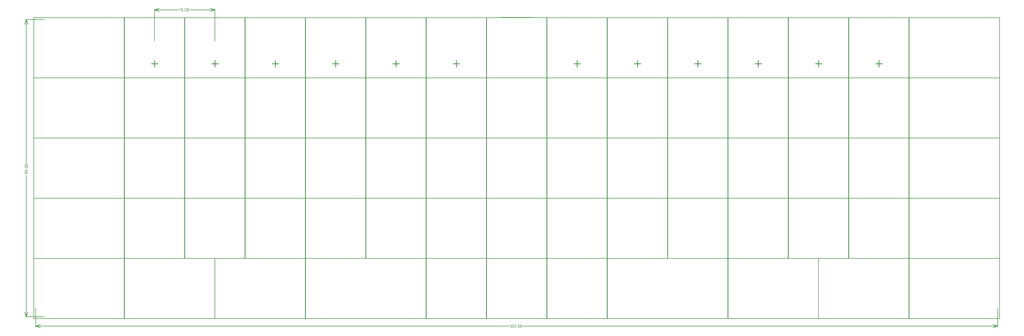
<source format=gbr>
%TF.GenerationSoftware,Altium Limited,Altium Designer,20.2.6 (244)*%
G04 Layer_Color=65535*
%FSLAX45Y45*%
%MOMM*%
%TF.SameCoordinates,2270FEAA-A680-44EA-805D-832D39C03FB4*%
%TF.FilePolarity,Positive*%
%TF.FileFunction,Other,Dimensions*%
%TF.Part,Single*%
G01*
G75*
%TA.AperFunction,NonConductor*%
%ADD43C,0.20000*%
%ADD46C,0.25400*%
G36*
X-42944Y-8762528D02*
X-41141Y-8762805D01*
X-38922Y-8763221D01*
X-36426Y-8763915D01*
X-33929Y-8764747D01*
X-31433Y-8765856D01*
X-31294D01*
X-31156Y-8765995D01*
X-30324Y-8766411D01*
X-29075Y-8767243D01*
X-27689Y-8768214D01*
X-26024Y-8769601D01*
X-24360Y-8771126D01*
X-22696Y-8772929D01*
X-21309Y-8775009D01*
X-21170Y-8775287D01*
X-20754Y-8775980D01*
X-20200Y-8777228D01*
X-19506Y-8778754D01*
X-18813Y-8780557D01*
X-18258Y-8782637D01*
X-17842Y-8784995D01*
X-17703Y-8787352D01*
Y-8787630D01*
Y-8788462D01*
X-17842Y-8789571D01*
X-18119Y-8791097D01*
X-18535Y-8792900D01*
X-19229Y-8794841D01*
X-20061Y-8796783D01*
X-21170Y-8798724D01*
X-21309Y-8799002D01*
X-21725Y-8799556D01*
X-22557Y-8800527D01*
X-23667Y-8801637D01*
X-25054Y-8802885D01*
X-26718Y-8804272D01*
X-28659Y-8805520D01*
X-31017Y-8806768D01*
X-30878D01*
X-30601Y-8806907D01*
X-30185Y-8807045D01*
X-29630Y-8807184D01*
X-28105Y-8807739D01*
X-26163Y-8808571D01*
X-23944Y-8809680D01*
X-21725Y-8811067D01*
X-19645Y-8812870D01*
X-17703Y-8814950D01*
X-17565Y-8815228D01*
X-17010Y-8816060D01*
X-16178Y-8817447D01*
X-15346Y-8819250D01*
X-14514Y-8821469D01*
X-13681Y-8824104D01*
X-13127Y-8827155D01*
X-12988Y-8830483D01*
Y-8830622D01*
Y-8831038D01*
Y-8831731D01*
X-13127Y-8832563D01*
X-13265Y-8833673D01*
X-13543Y-8834921D01*
X-13820Y-8836308D01*
X-14098Y-8837833D01*
X-15207Y-8841162D01*
X-16039Y-8842965D01*
X-16871Y-8844629D01*
X-17981Y-8846432D01*
X-19229Y-8848235D01*
X-20616Y-8850037D01*
X-22280Y-8851702D01*
X-22419Y-8851840D01*
X-22696Y-8852118D01*
X-23251Y-8852534D01*
X-23944Y-8853088D01*
X-24776Y-8853782D01*
X-25886Y-8854475D01*
X-27134Y-8855307D01*
X-28659Y-8856001D01*
X-30185Y-8856833D01*
X-31988Y-8857665D01*
X-33791Y-8858358D01*
X-35871Y-8859052D01*
X-38090Y-8859607D01*
X-40447Y-8860023D01*
X-42805Y-8860300D01*
X-45440Y-8860439D01*
X-46688D01*
X-47520Y-8860300D01*
X-48630Y-8860161D01*
X-49878Y-8860023D01*
X-51265Y-8859745D01*
X-52790Y-8859468D01*
X-56119Y-8858636D01*
X-59586Y-8857249D01*
X-61389Y-8856417D01*
X-63053Y-8855446D01*
X-64717Y-8854198D01*
X-66381Y-8852950D01*
X-66520Y-8852811D01*
X-66797Y-8852534D01*
X-67213Y-8852118D01*
X-67630Y-8851563D01*
X-68323Y-8850870D01*
X-69016Y-8849899D01*
X-69848Y-8848928D01*
X-70681Y-8847680D01*
X-71513Y-8846293D01*
X-72345Y-8844906D01*
X-73870Y-8841578D01*
X-75118Y-8837695D01*
X-75535Y-8835614D01*
X-75812Y-8833395D01*
X-64024Y-8831870D01*
Y-8832008D01*
X-63885Y-8832286D01*
X-63746Y-8832841D01*
X-63608Y-8833534D01*
X-63469Y-8834366D01*
X-63192Y-8835337D01*
X-62498Y-8837417D01*
X-61527Y-8839913D01*
X-60279Y-8842271D01*
X-58892Y-8844490D01*
X-57228Y-8846432D01*
X-56951Y-8846570D01*
X-56396Y-8847125D01*
X-55287Y-8847818D01*
X-53900Y-8848512D01*
X-52236Y-8849344D01*
X-50155Y-8850037D01*
X-47798Y-8850592D01*
X-45301Y-8850731D01*
X-44469D01*
X-43915Y-8850592D01*
X-42389Y-8850453D01*
X-40447Y-8850037D01*
X-38229Y-8849344D01*
X-35871Y-8848373D01*
X-33513Y-8846986D01*
X-31294Y-8845045D01*
X-31017Y-8844767D01*
X-30324Y-8843935D01*
X-29491Y-8842687D01*
X-28382Y-8841023D01*
X-27272Y-8838943D01*
X-26440Y-8836585D01*
X-25747Y-8833811D01*
X-25470Y-8830760D01*
Y-8830622D01*
Y-8830344D01*
Y-8829928D01*
X-25608Y-8829374D01*
X-25747Y-8827848D01*
X-26163Y-8826045D01*
X-26718Y-8823826D01*
X-27689Y-8821607D01*
X-29075Y-8819388D01*
X-30878Y-8817308D01*
X-31156Y-8817031D01*
X-31849Y-8816476D01*
X-32959Y-8815644D01*
X-34484Y-8814673D01*
X-36426Y-8813702D01*
X-38783Y-8812870D01*
X-41418Y-8812315D01*
X-44331Y-8812038D01*
X-45579D01*
X-46550Y-8812177D01*
X-47798Y-8812315D01*
X-49185Y-8812593D01*
X-50849Y-8812870D01*
X-52652Y-8813286D01*
X-51265Y-8802885D01*
X-50571D01*
X-50017Y-8803024D01*
X-48214D01*
X-46688Y-8802746D01*
X-44885Y-8802469D01*
X-42805Y-8802053D01*
X-40447Y-8801359D01*
X-38229Y-8800389D01*
X-35871Y-8799140D01*
X-35732D01*
X-35594Y-8799002D01*
X-34900Y-8798447D01*
X-33929Y-8797476D01*
X-32820Y-8796228D01*
X-31710Y-8794425D01*
X-30740Y-8792345D01*
X-30046Y-8789987D01*
X-29769Y-8788600D01*
Y-8787075D01*
Y-8786936D01*
Y-8786798D01*
Y-8785965D01*
X-30046Y-8784856D01*
X-30324Y-8783330D01*
X-30878Y-8781666D01*
X-31572Y-8779863D01*
X-32681Y-8778060D01*
X-34207Y-8776396D01*
X-34345Y-8776258D01*
X-35039Y-8775703D01*
X-36010Y-8775009D01*
X-37258Y-8774177D01*
X-38922Y-8773484D01*
X-40864Y-8772790D01*
X-43082Y-8772236D01*
X-45579Y-8772097D01*
X-46688D01*
X-47936Y-8772374D01*
X-49601Y-8772652D01*
X-51404Y-8773206D01*
X-53206Y-8773900D01*
X-55148Y-8775009D01*
X-56951Y-8776396D01*
X-57090Y-8776535D01*
X-57644Y-8777228D01*
X-58476Y-8778199D01*
X-59447Y-8779586D01*
X-60418Y-8781389D01*
X-61389Y-8783608D01*
X-62221Y-8786243D01*
X-62776Y-8789294D01*
X-74564Y-8787214D01*
Y-8787075D01*
X-74425Y-8786659D01*
X-74286Y-8786104D01*
X-74148Y-8785272D01*
X-73870Y-8784301D01*
X-73454Y-8783192D01*
X-72622Y-8780557D01*
X-71235Y-8777506D01*
X-69571Y-8774455D01*
X-67491Y-8771542D01*
X-64856Y-8768907D01*
X-64717Y-8768769D01*
X-64440Y-8768630D01*
X-64024Y-8768353D01*
X-63469Y-8767936D01*
X-62776Y-8767382D01*
X-61805Y-8766827D01*
X-60834Y-8766272D01*
X-59586Y-8765579D01*
X-56812Y-8764469D01*
X-53622Y-8763360D01*
X-49878Y-8762666D01*
X-47936Y-8762389D01*
X-44469D01*
X-42944Y-8762528D01*
D02*
G37*
G36*
X-192168D02*
X-190365Y-8762805D01*
X-188146Y-8763221D01*
X-185650Y-8763915D01*
X-183153Y-8764747D01*
X-180657Y-8765856D01*
X-180518D01*
X-180380Y-8765995D01*
X-179548Y-8766411D01*
X-178299Y-8767243D01*
X-176913Y-8768214D01*
X-175248Y-8769601D01*
X-173584Y-8771126D01*
X-171920Y-8772929D01*
X-170533Y-8775009D01*
X-170394Y-8775287D01*
X-169978Y-8775980D01*
X-169424Y-8777228D01*
X-168730Y-8778754D01*
X-168037Y-8780557D01*
X-167482Y-8782637D01*
X-167066Y-8784995D01*
X-166927Y-8787352D01*
Y-8787630D01*
Y-8788462D01*
X-167066Y-8789571D01*
X-167343Y-8791097D01*
X-167759Y-8792900D01*
X-168453Y-8794841D01*
X-169285Y-8796783D01*
X-170394Y-8798724D01*
X-170533Y-8799002D01*
X-170949Y-8799556D01*
X-171781Y-8800527D01*
X-172891Y-8801637D01*
X-174278Y-8802885D01*
X-175942Y-8804272D01*
X-177883Y-8805520D01*
X-180241Y-8806768D01*
X-180102D01*
X-179825Y-8806907D01*
X-179409Y-8807045D01*
X-178854Y-8807184D01*
X-177329Y-8807739D01*
X-175387Y-8808571D01*
X-173168Y-8809680D01*
X-170949Y-8811067D01*
X-168869Y-8812870D01*
X-166927Y-8814950D01*
X-166789Y-8815228D01*
X-166234Y-8816060D01*
X-165402Y-8817447D01*
X-164570Y-8819250D01*
X-163738Y-8821469D01*
X-162905Y-8824104D01*
X-162351Y-8827155D01*
X-162212Y-8830483D01*
Y-8830622D01*
Y-8831038D01*
Y-8831731D01*
X-162351Y-8832563D01*
X-162489Y-8833673D01*
X-162767Y-8834921D01*
X-163044Y-8836308D01*
X-163321Y-8837833D01*
X-164431Y-8841162D01*
X-165263Y-8842965D01*
X-166095Y-8844629D01*
X-167205Y-8846432D01*
X-168453Y-8848235D01*
X-169840Y-8850037D01*
X-171504Y-8851702D01*
X-171643Y-8851840D01*
X-171920Y-8852118D01*
X-172475Y-8852534D01*
X-173168Y-8853088D01*
X-174000Y-8853782D01*
X-175110Y-8854475D01*
X-176358Y-8855307D01*
X-177883Y-8856001D01*
X-179409Y-8856833D01*
X-181212Y-8857665D01*
X-183015Y-8858358D01*
X-185095Y-8859052D01*
X-187314Y-8859607D01*
X-189671Y-8860023D01*
X-192029Y-8860300D01*
X-194664Y-8860439D01*
X-195912D01*
X-196744Y-8860300D01*
X-197854Y-8860161D01*
X-199102Y-8860023D01*
X-200489Y-8859745D01*
X-202014Y-8859468D01*
X-205343Y-8858636D01*
X-208810Y-8857249D01*
X-210613Y-8856417D01*
X-212277Y-8855446D01*
X-213941Y-8854198D01*
X-215605Y-8852950D01*
X-215744Y-8852811D01*
X-216021Y-8852534D01*
X-216437Y-8852118D01*
X-216854Y-8851563D01*
X-217547Y-8850870D01*
X-218240Y-8849899D01*
X-219072Y-8848928D01*
X-219905Y-8847680D01*
X-220737Y-8846293D01*
X-221569Y-8844906D01*
X-223094Y-8841578D01*
X-224342Y-8837695D01*
X-224759Y-8835614D01*
X-225036Y-8833395D01*
X-213248Y-8831870D01*
Y-8832008D01*
X-213109Y-8832286D01*
X-212970Y-8832841D01*
X-212832Y-8833534D01*
X-212693Y-8834366D01*
X-212416Y-8835337D01*
X-211722Y-8837417D01*
X-210751Y-8839913D01*
X-209503Y-8842271D01*
X-208116Y-8844490D01*
X-206452Y-8846432D01*
X-206175Y-8846570D01*
X-205620Y-8847125D01*
X-204511Y-8847818D01*
X-203124Y-8848512D01*
X-201460Y-8849344D01*
X-199379Y-8850037D01*
X-197022Y-8850592D01*
X-194525Y-8850731D01*
X-193693D01*
X-193139Y-8850592D01*
X-191613Y-8850453D01*
X-189671Y-8850037D01*
X-187453Y-8849344D01*
X-185095Y-8848373D01*
X-182737Y-8846986D01*
X-180518Y-8845045D01*
X-180241Y-8844767D01*
X-179548Y-8843935D01*
X-178715Y-8842687D01*
X-177606Y-8841023D01*
X-176496Y-8838943D01*
X-175664Y-8836585D01*
X-174971Y-8833811D01*
X-174694Y-8830760D01*
Y-8830622D01*
Y-8830344D01*
Y-8829928D01*
X-174832Y-8829374D01*
X-174971Y-8827848D01*
X-175387Y-8826045D01*
X-175942Y-8823826D01*
X-176913Y-8821607D01*
X-178299Y-8819388D01*
X-180102Y-8817308D01*
X-180380Y-8817031D01*
X-181073Y-8816476D01*
X-182183Y-8815644D01*
X-183708Y-8814673D01*
X-185650Y-8813702D01*
X-188007Y-8812870D01*
X-190642Y-8812315D01*
X-193555Y-8812038D01*
X-194803D01*
X-195774Y-8812177D01*
X-197022Y-8812315D01*
X-198409Y-8812593D01*
X-200073Y-8812870D01*
X-201876Y-8813286D01*
X-200489Y-8802885D01*
X-199795D01*
X-199241Y-8803024D01*
X-197438D01*
X-195912Y-8802746D01*
X-194109Y-8802469D01*
X-192029Y-8802053D01*
X-189671Y-8801359D01*
X-187453Y-8800389D01*
X-185095Y-8799140D01*
X-184956D01*
X-184818Y-8799002D01*
X-184124Y-8798447D01*
X-183153Y-8797476D01*
X-182044Y-8796228D01*
X-180934Y-8794425D01*
X-179964Y-8792345D01*
X-179270Y-8789987D01*
X-178993Y-8788600D01*
Y-8787075D01*
Y-8786936D01*
Y-8786798D01*
Y-8785965D01*
X-179270Y-8784856D01*
X-179548Y-8783330D01*
X-180102Y-8781666D01*
X-180796Y-8779863D01*
X-181905Y-8778060D01*
X-183431Y-8776396D01*
X-183569Y-8776258D01*
X-184263Y-8775703D01*
X-185234Y-8775009D01*
X-186482Y-8774177D01*
X-188146Y-8773484D01*
X-190088Y-8772790D01*
X-192306Y-8772236D01*
X-194803Y-8772097D01*
X-195912D01*
X-197160Y-8772374D01*
X-198825Y-8772652D01*
X-200627Y-8773206D01*
X-202430Y-8773900D01*
X-204372Y-8775009D01*
X-206175Y-8776396D01*
X-206314Y-8776535D01*
X-206868Y-8777228D01*
X-207700Y-8778199D01*
X-208671Y-8779586D01*
X-209642Y-8781389D01*
X-210613Y-8783608D01*
X-211445Y-8786243D01*
X-212000Y-8789294D01*
X-223788Y-8787214D01*
Y-8787075D01*
X-223649Y-8786659D01*
X-223510Y-8786104D01*
X-223372Y-8785272D01*
X-223094Y-8784301D01*
X-222678Y-8783192D01*
X-221846Y-8780557D01*
X-220459Y-8777506D01*
X-218795Y-8774455D01*
X-216715Y-8771542D01*
X-214080Y-8768907D01*
X-213941Y-8768769D01*
X-213664Y-8768630D01*
X-213248Y-8768353D01*
X-212693Y-8767936D01*
X-212000Y-8767382D01*
X-211029Y-8766827D01*
X-210058Y-8766272D01*
X-208810Y-8765579D01*
X-206036Y-8764469D01*
X-202846Y-8763360D01*
X-199102Y-8762666D01*
X-197160Y-8762389D01*
X-193693D01*
X-192168Y-8762528D01*
D02*
G37*
G36*
X169659Y-8775287D02*
X131243D01*
X126112Y-8801221D01*
X126251Y-8801082D01*
X126528Y-8800943D01*
X126944Y-8800666D01*
X127638Y-8800250D01*
X128470Y-8799834D01*
X129440Y-8799279D01*
X131659Y-8798170D01*
X134433Y-8797060D01*
X137484Y-8796089D01*
X140813Y-8795396D01*
X142477Y-8795119D01*
X145528D01*
X146360Y-8795257D01*
X147469Y-8795396D01*
X148718Y-8795535D01*
X150104Y-8795812D01*
X151630Y-8796228D01*
X154958Y-8797199D01*
X156761Y-8797892D01*
X158564Y-8798863D01*
X160367Y-8799834D01*
X162170Y-8800943D01*
X163834Y-8802330D01*
X165498Y-8803856D01*
X165637Y-8803994D01*
X165914Y-8804272D01*
X166330Y-8804688D01*
X166885Y-8805381D01*
X167579Y-8806352D01*
X168272Y-8807323D01*
X169104Y-8808571D01*
X169936Y-8809958D01*
X170630Y-8811483D01*
X171462Y-8813147D01*
X172155Y-8815089D01*
X172849Y-8817031D01*
X173403Y-8819111D01*
X173819Y-8821469D01*
X174097Y-8823826D01*
X174235Y-8826322D01*
Y-8826461D01*
Y-8826877D01*
Y-8827571D01*
X174097Y-8828541D01*
X173958Y-8829651D01*
X173819Y-8830899D01*
X173542Y-8832425D01*
X173265Y-8833950D01*
X172432Y-8837556D01*
X171046Y-8841300D01*
X170214Y-8843242D01*
X169104Y-8845045D01*
X167995Y-8846986D01*
X166608Y-8848789D01*
X166469Y-8848928D01*
X166192Y-8849344D01*
X165637Y-8849899D01*
X164944Y-8850592D01*
X163973Y-8851424D01*
X162863Y-8852534D01*
X161476Y-8853505D01*
X159951Y-8854614D01*
X158287Y-8855723D01*
X156345Y-8856694D01*
X154265Y-8857665D01*
X152046Y-8858636D01*
X149688Y-8859329D01*
X147053Y-8859884D01*
X144280Y-8860300D01*
X141367Y-8860439D01*
X140119D01*
X139148Y-8860300D01*
X138039Y-8860161D01*
X136791Y-8860023D01*
X135265Y-8859884D01*
X133740Y-8859468D01*
X130273Y-8858636D01*
X126805Y-8857388D01*
X125003Y-8856556D01*
X123200Y-8855585D01*
X121535Y-8854475D01*
X119871Y-8853227D01*
X119733Y-8853088D01*
X119455Y-8852950D01*
X119178Y-8852395D01*
X118623Y-8851840D01*
X117930Y-8851147D01*
X117236Y-8850315D01*
X116404Y-8849205D01*
X115711Y-8847957D01*
X114879Y-8846709D01*
X114047Y-8845183D01*
X112521Y-8841855D01*
X111273Y-8837972D01*
X110857Y-8835892D01*
X110579Y-8833673D01*
X122922Y-8832702D01*
Y-8832841D01*
Y-8833118D01*
X123061Y-8833534D01*
X123200Y-8834227D01*
X123616Y-8835753D01*
X124170Y-8837833D01*
X125003Y-8839913D01*
X126112Y-8842271D01*
X127499Y-8844351D01*
X129163Y-8846293D01*
X129440Y-8846432D01*
X129995Y-8846986D01*
X131105Y-8847680D01*
X132630Y-8848512D01*
X134294Y-8849344D01*
X136375Y-8850037D01*
X138732Y-8850592D01*
X141367Y-8850731D01*
X142199D01*
X142754Y-8850592D01*
X144418Y-8850453D01*
X146360Y-8849899D01*
X148718Y-8849205D01*
X151075Y-8848096D01*
X153571Y-8846432D01*
X154681Y-8845461D01*
X155790Y-8844351D01*
X155929Y-8844213D01*
X156068Y-8844074D01*
X156345Y-8843658D01*
X156761Y-8843242D01*
X157732Y-8841716D01*
X158841Y-8839775D01*
X159812Y-8837417D01*
X160783Y-8834505D01*
X161476Y-8831038D01*
X161754Y-8829235D01*
Y-8827293D01*
Y-8827155D01*
Y-8826877D01*
Y-8826322D01*
X161615Y-8825629D01*
Y-8824797D01*
X161476Y-8823826D01*
X161060Y-8821607D01*
X160367Y-8818972D01*
X159396Y-8816337D01*
X158009Y-8813841D01*
X156068Y-8811483D01*
Y-8811345D01*
X155790Y-8811206D01*
X155097Y-8810512D01*
X153849Y-8809542D01*
X152185Y-8808432D01*
X149966Y-8807461D01*
X147469Y-8806491D01*
X144557Y-8805797D01*
X142893Y-8805520D01*
X140258D01*
X139148Y-8805659D01*
X137761Y-8805797D01*
X136097Y-8806213D01*
X134433Y-8806629D01*
X132630Y-8807323D01*
X130827Y-8808155D01*
X130689Y-8808294D01*
X130134Y-8808571D01*
X129302Y-8809264D01*
X128192Y-8809958D01*
X127083Y-8810929D01*
X125973Y-8812177D01*
X124725Y-8813425D01*
X123754Y-8814950D01*
X112660Y-8813425D01*
X121951Y-8764053D01*
X169659D01*
Y-8775287D01*
D02*
G37*
G36*
X95047D02*
X56631D01*
X51500Y-8801221D01*
X51639Y-8801082D01*
X51916Y-8800943D01*
X52332Y-8800666D01*
X53026Y-8800250D01*
X53858Y-8799834D01*
X54828Y-8799279D01*
X57047Y-8798170D01*
X59821Y-8797060D01*
X62872Y-8796089D01*
X66201Y-8795396D01*
X67865Y-8795119D01*
X70916D01*
X71748Y-8795257D01*
X72857Y-8795396D01*
X74106Y-8795535D01*
X75492Y-8795812D01*
X77018Y-8796228D01*
X80346Y-8797199D01*
X82149Y-8797892D01*
X83952Y-8798863D01*
X85755Y-8799834D01*
X87558Y-8800943D01*
X89222Y-8802330D01*
X90886Y-8803856D01*
X91025Y-8803994D01*
X91302Y-8804272D01*
X91718Y-8804688D01*
X92273Y-8805381D01*
X92967Y-8806352D01*
X93660Y-8807323D01*
X94492Y-8808571D01*
X95324Y-8809958D01*
X96018Y-8811483D01*
X96850Y-8813147D01*
X97543Y-8815089D01*
X98237Y-8817031D01*
X98791Y-8819111D01*
X99207Y-8821469D01*
X99485Y-8823826D01*
X99623Y-8826322D01*
Y-8826461D01*
Y-8826877D01*
Y-8827571D01*
X99485Y-8828541D01*
X99346Y-8829651D01*
X99207Y-8830899D01*
X98930Y-8832425D01*
X98653Y-8833950D01*
X97820Y-8837556D01*
X96434Y-8841300D01*
X95602Y-8843242D01*
X94492Y-8845045D01*
X93383Y-8846986D01*
X91996Y-8848789D01*
X91857Y-8848928D01*
X91580Y-8849344D01*
X91025Y-8849899D01*
X90332Y-8850592D01*
X89361Y-8851424D01*
X88251Y-8852534D01*
X86864Y-8853505D01*
X85339Y-8854614D01*
X83675Y-8855723D01*
X81733Y-8856694D01*
X79653Y-8857665D01*
X77434Y-8858636D01*
X75076Y-8859329D01*
X72441Y-8859884D01*
X69668Y-8860300D01*
X66755Y-8860439D01*
X65507D01*
X64536Y-8860300D01*
X63427Y-8860161D01*
X62179Y-8860023D01*
X60653Y-8859884D01*
X59128Y-8859468D01*
X55661Y-8858636D01*
X52193Y-8857388D01*
X50391Y-8856556D01*
X48588Y-8855585D01*
X46923Y-8854475D01*
X45259Y-8853227D01*
X45121Y-8853088D01*
X44843Y-8852950D01*
X44566Y-8852395D01*
X44011Y-8851840D01*
X43318Y-8851147D01*
X42624Y-8850315D01*
X41792Y-8849205D01*
X41099Y-8847957D01*
X40267Y-8846709D01*
X39435Y-8845183D01*
X37909Y-8841855D01*
X36661Y-8837972D01*
X36245Y-8835892D01*
X35967Y-8833673D01*
X48310Y-8832702D01*
Y-8832841D01*
Y-8833118D01*
X48449Y-8833534D01*
X48588Y-8834227D01*
X49004Y-8835753D01*
X49558Y-8837833D01*
X50391Y-8839913D01*
X51500Y-8842271D01*
X52887Y-8844351D01*
X54551Y-8846293D01*
X54828Y-8846432D01*
X55383Y-8846986D01*
X56493Y-8847680D01*
X58018Y-8848512D01*
X59682Y-8849344D01*
X61763Y-8850037D01*
X64120Y-8850592D01*
X66755Y-8850731D01*
X67587D01*
X68142Y-8850592D01*
X69806Y-8850453D01*
X71748Y-8849899D01*
X74106Y-8849205D01*
X76463Y-8848096D01*
X78959Y-8846432D01*
X80069Y-8845461D01*
X81178Y-8844351D01*
X81317Y-8844213D01*
X81456Y-8844074D01*
X81733Y-8843658D01*
X82149Y-8843242D01*
X83120Y-8841716D01*
X84229Y-8839775D01*
X85200Y-8837417D01*
X86171Y-8834505D01*
X86864Y-8831038D01*
X87142Y-8829235D01*
Y-8827293D01*
Y-8827155D01*
Y-8826877D01*
Y-8826322D01*
X87003Y-8825629D01*
Y-8824797D01*
X86864Y-8823826D01*
X86448Y-8821607D01*
X85755Y-8818972D01*
X84784Y-8816337D01*
X83397Y-8813841D01*
X81456Y-8811483D01*
Y-8811345D01*
X81178Y-8811206D01*
X80485Y-8810512D01*
X79237Y-8809542D01*
X77573Y-8808432D01*
X75354Y-8807461D01*
X72857Y-8806491D01*
X69945Y-8805797D01*
X68281Y-8805520D01*
X65646D01*
X64536Y-8805659D01*
X63149Y-8805797D01*
X61485Y-8806213D01*
X59821Y-8806629D01*
X58018Y-8807323D01*
X56215Y-8808155D01*
X56077Y-8808294D01*
X55522Y-8808571D01*
X54690Y-8809264D01*
X53580Y-8809958D01*
X52471Y-8810929D01*
X51361Y-8812177D01*
X50113Y-8813425D01*
X49142Y-8814950D01*
X38048Y-8813425D01*
X47340Y-8764053D01*
X95047D01*
Y-8775287D01*
D02*
G37*
G36*
X18771Y-8858775D02*
X5318D01*
Y-8845322D01*
X18771D01*
Y-8858775D01*
D02*
G37*
G36*
X-116446Y-8762528D02*
X-114643Y-8762805D01*
X-112563Y-8763221D01*
X-110344Y-8763776D01*
X-107987Y-8764469D01*
X-105768Y-8765579D01*
X-105629D01*
X-105490Y-8765718D01*
X-104797Y-8766134D01*
X-103687Y-8766827D01*
X-102301Y-8767798D01*
X-100775Y-8769185D01*
X-99111Y-8770710D01*
X-97585Y-8772513D01*
X-96060Y-8774593D01*
X-95921Y-8774871D01*
X-95366Y-8775564D01*
X-94812Y-8776812D01*
X-93841Y-8778615D01*
X-93009Y-8780695D01*
X-91899Y-8783053D01*
X-90928Y-8785827D01*
X-90096Y-8788878D01*
Y-8789016D01*
X-89958Y-8789294D01*
X-89819Y-8789710D01*
X-89680Y-8790403D01*
X-89542Y-8791235D01*
X-89403Y-8792206D01*
X-89126Y-8793454D01*
X-88987Y-8794841D01*
X-88709Y-8796367D01*
X-88571Y-8798031D01*
X-88432Y-8799972D01*
X-88155Y-8801914D01*
X-88016Y-8804133D01*
Y-8806352D01*
X-87877Y-8808848D01*
Y-8811483D01*
Y-8811622D01*
Y-8812177D01*
Y-8813147D01*
Y-8814257D01*
X-88016Y-8815782D01*
Y-8817447D01*
X-88155Y-8819250D01*
X-88293Y-8821191D01*
X-88709Y-8825629D01*
X-89403Y-8830206D01*
X-90235Y-8834643D01*
X-90790Y-8836724D01*
X-91483Y-8838804D01*
Y-8838943D01*
X-91622Y-8839220D01*
X-91899Y-8839775D01*
X-92177Y-8840468D01*
X-92454Y-8841439D01*
X-93009Y-8842410D01*
X-94118Y-8844767D01*
X-95505Y-8847264D01*
X-97308Y-8850037D01*
X-99388Y-8852534D01*
X-101884Y-8854891D01*
X-102023D01*
X-102162Y-8855169D01*
X-102578Y-8855446D01*
X-103133Y-8855723D01*
X-103826Y-8856140D01*
X-104519Y-8856694D01*
X-106600Y-8857665D01*
X-109096Y-8858636D01*
X-112008Y-8859607D01*
X-115476Y-8860161D01*
X-119220Y-8860439D01*
X-120607D01*
X-121578Y-8860300D01*
X-122687Y-8860161D01*
X-124074Y-8859884D01*
X-125599Y-8859607D01*
X-127264Y-8859191D01*
X-128928Y-8858636D01*
X-130731Y-8858081D01*
X-132534Y-8857249D01*
X-134337Y-8856278D01*
X-136139Y-8855169D01*
X-137942Y-8853782D01*
X-139607Y-8852256D01*
X-141132Y-8850592D01*
X-141271Y-8850453D01*
X-141548Y-8850037D01*
X-141964Y-8849344D01*
X-142658Y-8848235D01*
X-143351Y-8846986D01*
X-144044Y-8845322D01*
X-145015Y-8843381D01*
X-145847Y-8841162D01*
X-146679Y-8838665D01*
X-147512Y-8835753D01*
X-148344Y-8832563D01*
X-149037Y-8828957D01*
X-149730Y-8825074D01*
X-150147Y-8820914D01*
X-150424Y-8816337D01*
X-150563Y-8811483D01*
Y-8811345D01*
Y-8810790D01*
Y-8809819D01*
Y-8808710D01*
X-150424Y-8807184D01*
Y-8805520D01*
X-150285Y-8803717D01*
X-150147Y-8801637D01*
X-149730Y-8797337D01*
X-149037Y-8792761D01*
X-148205Y-8788184D01*
X-147650Y-8786104D01*
X-147095Y-8784024D01*
Y-8783885D01*
X-146957Y-8783608D01*
X-146679Y-8783053D01*
X-146402Y-8782360D01*
X-146125Y-8781389D01*
X-145570Y-8780418D01*
X-144460Y-8778060D01*
X-143074Y-8775564D01*
X-141271Y-8772929D01*
X-139190Y-8770294D01*
X-136694Y-8768075D01*
X-136555D01*
X-136417Y-8767798D01*
X-136001Y-8767520D01*
X-135446Y-8767243D01*
X-134753Y-8766688D01*
X-133920Y-8766272D01*
X-131840Y-8765163D01*
X-129344Y-8764192D01*
X-126432Y-8763221D01*
X-122964Y-8762666D01*
X-119220Y-8762389D01*
X-117972D01*
X-116446Y-8762528D01*
D02*
G37*
G36*
X-15471468Y-3673500D02*
X-15469803D01*
X-15467999Y-3673639D01*
X-15466058Y-3673778D01*
X-15461621Y-3674194D01*
X-15457043Y-3674887D01*
X-15452606Y-3675719D01*
X-15450526Y-3676274D01*
X-15448447Y-3676967D01*
X-15448306D01*
X-15448030Y-3677106D01*
X-15447475Y-3677383D01*
X-15446780Y-3677661D01*
X-15445811Y-3677938D01*
X-15444839Y-3678493D01*
X-15442482Y-3679602D01*
X-15439986Y-3680989D01*
X-15437212Y-3682792D01*
X-15434715Y-3684872D01*
X-15432358Y-3687369D01*
Y-3687507D01*
X-15432082Y-3687646D01*
X-15431804Y-3688062D01*
X-15431526Y-3688617D01*
X-15431110Y-3689310D01*
X-15430556Y-3690004D01*
X-15429585Y-3692084D01*
X-15428613Y-3694580D01*
X-15427643Y-3697492D01*
X-15427087Y-3700960D01*
X-15426811Y-3704704D01*
Y-3706091D01*
X-15426950Y-3707062D01*
X-15427087Y-3708171D01*
X-15427367Y-3709558D01*
X-15427643Y-3711084D01*
X-15428059Y-3712748D01*
X-15428613Y-3714412D01*
X-15429169Y-3716215D01*
X-15430000Y-3718018D01*
X-15430971Y-3719821D01*
X-15432082Y-3721623D01*
X-15433469Y-3723426D01*
X-15434993Y-3725091D01*
X-15436658Y-3726616D01*
X-15436797Y-3726755D01*
X-15437212Y-3727032D01*
X-15437906Y-3727448D01*
X-15439015Y-3728142D01*
X-15440263Y-3728835D01*
X-15441927Y-3729528D01*
X-15443869Y-3730499D01*
X-15446088Y-3731331D01*
X-15448584Y-3732163D01*
X-15451497Y-3732996D01*
X-15454686Y-3733828D01*
X-15458292Y-3734521D01*
X-15462175Y-3735215D01*
X-15466336Y-3735631D01*
X-15470912Y-3735908D01*
X-15475766Y-3736047D01*
X-15475905D01*
X-15476460D01*
X-15477431D01*
X-15478540D01*
X-15480066Y-3735908D01*
X-15481731D01*
X-15483533Y-3735769D01*
X-15485612Y-3735631D01*
X-15489912Y-3735215D01*
X-15494489Y-3734521D01*
X-15499065Y-3733689D01*
X-15501146Y-3733134D01*
X-15503226Y-3732580D01*
X-15503365D01*
X-15503642Y-3732441D01*
X-15504198Y-3732163D01*
X-15504890Y-3731886D01*
X-15505861Y-3731609D01*
X-15506831Y-3731054D01*
X-15509189Y-3729945D01*
X-15511687Y-3728558D01*
X-15514320Y-3726755D01*
X-15516956Y-3724675D01*
X-15519174Y-3722178D01*
Y-3722040D01*
X-15519452Y-3721901D01*
X-15519730Y-3721485D01*
X-15520007Y-3720930D01*
X-15520561Y-3720237D01*
X-15520976Y-3719405D01*
X-15522087Y-3717324D01*
X-15523058Y-3714828D01*
X-15524028Y-3711916D01*
X-15524583Y-3708449D01*
X-15524860Y-3704704D01*
Y-3703456D01*
X-15524722Y-3701930D01*
X-15524445Y-3700127D01*
X-15524028Y-3698047D01*
X-15523474Y-3695828D01*
X-15522780Y-3693471D01*
X-15521671Y-3691252D01*
Y-3691113D01*
X-15521532Y-3690974D01*
X-15521117Y-3690281D01*
X-15520422Y-3689171D01*
X-15519452Y-3687785D01*
X-15518065Y-3686259D01*
X-15516539Y-3684595D01*
X-15514737Y-3683069D01*
X-15512656Y-3681544D01*
X-15512379Y-3681405D01*
X-15511687Y-3680850D01*
X-15510437Y-3680296D01*
X-15508633Y-3679325D01*
X-15506554Y-3678493D01*
X-15504198Y-3677383D01*
X-15501424Y-3676413D01*
X-15498372Y-3675580D01*
X-15498233D01*
X-15497955Y-3675442D01*
X-15497540Y-3675303D01*
X-15496846Y-3675164D01*
X-15496014Y-3675026D01*
X-15495042Y-3674887D01*
X-15493794Y-3674610D01*
X-15492409Y-3674471D01*
X-15490883Y-3674194D01*
X-15489220Y-3674055D01*
X-15487277Y-3673916D01*
X-15485336Y-3673639D01*
X-15483118Y-3673500D01*
X-15480898D01*
X-15478401Y-3673361D01*
X-15475766D01*
X-15475629D01*
X-15475073D01*
X-15474101D01*
X-15472993D01*
X-15471468Y-3673500D01*
D02*
G37*
G36*
Y-3748112D02*
X-15469803D01*
X-15467999Y-3748251D01*
X-15466058Y-3748390D01*
X-15461621Y-3748806D01*
X-15457043Y-3749499D01*
X-15452606Y-3750331D01*
X-15450526Y-3750886D01*
X-15448447Y-3751579D01*
X-15448306D01*
X-15448030Y-3751718D01*
X-15447475Y-3751995D01*
X-15446780Y-3752273D01*
X-15445811Y-3752550D01*
X-15444839Y-3753105D01*
X-15442482Y-3754214D01*
X-15439986Y-3755601D01*
X-15437212Y-3757404D01*
X-15434715Y-3759484D01*
X-15432358Y-3761981D01*
Y-3762119D01*
X-15432082Y-3762258D01*
X-15431804Y-3762674D01*
X-15431526Y-3763229D01*
X-15431110Y-3763922D01*
X-15430556Y-3764616D01*
X-15429585Y-3766696D01*
X-15428613Y-3769192D01*
X-15427643Y-3772104D01*
X-15427087Y-3775572D01*
X-15426811Y-3779316D01*
Y-3780703D01*
X-15426950Y-3781674D01*
X-15427087Y-3782783D01*
X-15427367Y-3784170D01*
X-15427643Y-3785696D01*
X-15428059Y-3787360D01*
X-15428613Y-3789024D01*
X-15429169Y-3790827D01*
X-15430000Y-3792630D01*
X-15430971Y-3794433D01*
X-15432082Y-3796235D01*
X-15433469Y-3798038D01*
X-15434993Y-3799703D01*
X-15436658Y-3801228D01*
X-15436797Y-3801367D01*
X-15437212Y-3801644D01*
X-15437906Y-3802060D01*
X-15439015Y-3802754D01*
X-15440263Y-3803447D01*
X-15441927Y-3804140D01*
X-15443869Y-3805111D01*
X-15446088Y-3805943D01*
X-15448584Y-3806775D01*
X-15451497Y-3807608D01*
X-15454686Y-3808440D01*
X-15458292Y-3809133D01*
X-15462175Y-3809827D01*
X-15466336Y-3810243D01*
X-15470912Y-3810520D01*
X-15475766Y-3810659D01*
X-15475905D01*
X-15476460D01*
X-15477431D01*
X-15478540D01*
X-15480066Y-3810520D01*
X-15481731D01*
X-15483533Y-3810381D01*
X-15485612Y-3810243D01*
X-15489912Y-3809827D01*
X-15494489Y-3809133D01*
X-15499065Y-3808301D01*
X-15501146Y-3807746D01*
X-15503226Y-3807192D01*
X-15503365D01*
X-15503642Y-3807053D01*
X-15504198Y-3806775D01*
X-15504890Y-3806498D01*
X-15505861Y-3806221D01*
X-15506831Y-3805666D01*
X-15509189Y-3804557D01*
X-15511687Y-3803170D01*
X-15514320Y-3801367D01*
X-15516956Y-3799287D01*
X-15519174Y-3796790D01*
Y-3796652D01*
X-15519452Y-3796513D01*
X-15519730Y-3796097D01*
X-15520007Y-3795542D01*
X-15520561Y-3794849D01*
X-15520976Y-3794017D01*
X-15522087Y-3791936D01*
X-15523058Y-3789440D01*
X-15524028Y-3786528D01*
X-15524583Y-3783061D01*
X-15524860Y-3779316D01*
Y-3778068D01*
X-15524722Y-3776542D01*
X-15524445Y-3774739D01*
X-15524028Y-3772659D01*
X-15523474Y-3770440D01*
X-15522780Y-3768083D01*
X-15521671Y-3765864D01*
Y-3765725D01*
X-15521532Y-3765586D01*
X-15521117Y-3764893D01*
X-15520422Y-3763783D01*
X-15519452Y-3762397D01*
X-15518065Y-3760871D01*
X-15516539Y-3759207D01*
X-15514737Y-3757681D01*
X-15512656Y-3756156D01*
X-15512379Y-3756017D01*
X-15511687Y-3755462D01*
X-15510437Y-3754908D01*
X-15508633Y-3753937D01*
X-15506554Y-3753105D01*
X-15504198Y-3751995D01*
X-15501424Y-3751025D01*
X-15498372Y-3750192D01*
X-15498233D01*
X-15497955Y-3750054D01*
X-15497540Y-3749915D01*
X-15496846Y-3749776D01*
X-15496014Y-3749638D01*
X-15495042Y-3749499D01*
X-15493794Y-3749222D01*
X-15492409Y-3749083D01*
X-15490883Y-3748806D01*
X-15489220Y-3748667D01*
X-15487277Y-3748528D01*
X-15485336Y-3748251D01*
X-15483118Y-3748112D01*
X-15480898D01*
X-15478401Y-3747973D01*
X-15475766D01*
X-15475629D01*
X-15475073D01*
X-15474101D01*
X-15472993D01*
X-15471468Y-3748112D01*
D02*
G37*
G36*
X-15428474Y-3841308D02*
X-15441927D01*
Y-3827855D01*
X-15428474D01*
Y-3841308D01*
D02*
G37*
G36*
X-15451497Y-3873066D02*
X-15428474D01*
Y-3884855D01*
X-15451497D01*
Y-3926598D01*
X-15462314D01*
X-15524445Y-3882636D01*
Y-3873066D01*
X-15462314D01*
Y-3860030D01*
X-15451497D01*
Y-3873066D01*
D02*
G37*
G36*
X-15473825Y-3934226D02*
X-15472021D01*
X-15469942Y-3934365D01*
X-15467860Y-3934642D01*
X-15463145Y-3935058D01*
X-15458153Y-3935752D01*
X-15453438Y-3936722D01*
X-15451080Y-3937416D01*
X-15449001Y-3938109D01*
X-15448862D01*
X-15448584Y-3938248D01*
X-15448030Y-3938525D01*
X-15447197Y-3938803D01*
X-15446365Y-3939219D01*
X-15445256Y-3939773D01*
X-15442899Y-3941160D01*
X-15440263Y-3942824D01*
X-15437489Y-3944766D01*
X-15434856Y-3947262D01*
X-15432497Y-3950036D01*
Y-3950175D01*
X-15432220Y-3950452D01*
X-15431943Y-3950868D01*
X-15431665Y-3951423D01*
X-15431248Y-3952255D01*
X-15430695Y-3953087D01*
X-15430139Y-3954197D01*
X-15429723Y-3955306D01*
X-15428613Y-3957941D01*
X-15427643Y-3961131D01*
X-15427087Y-3964598D01*
X-15426811Y-3968481D01*
Y-3969590D01*
X-15426950Y-3970284D01*
Y-3971255D01*
X-15427087Y-3972364D01*
X-15427643Y-3974999D01*
X-15428336Y-3977912D01*
X-15429446Y-3980963D01*
X-15430971Y-3984014D01*
X-15431943Y-3985539D01*
X-15433052Y-3986926D01*
X-15433189Y-3987065D01*
X-15433328Y-3987203D01*
X-15433745Y-3987619D01*
X-15434161Y-3988035D01*
X-15434856Y-3988590D01*
X-15435687Y-3989284D01*
X-15437628Y-3990670D01*
X-15440125Y-3992057D01*
X-15443176Y-3993444D01*
X-15446643Y-3994554D01*
X-15450665Y-3995386D01*
X-15451636Y-3984014D01*
X-15451497D01*
X-15451219Y-3983875D01*
X-15450941D01*
X-15450388Y-3983736D01*
X-15448862Y-3983320D01*
X-15447197Y-3982765D01*
X-15445256Y-3982072D01*
X-15443314Y-3981101D01*
X-15441512Y-3979992D01*
X-15439986Y-3978605D01*
X-15439847Y-3978466D01*
X-15439432Y-3977912D01*
X-15438876Y-3976941D01*
X-15438322Y-3975831D01*
X-15437628Y-3974306D01*
X-15437074Y-3972503D01*
X-15436658Y-3970423D01*
X-15436519Y-3968204D01*
Y-3967233D01*
X-15436658Y-3966262D01*
X-15436797Y-3965014D01*
X-15437074Y-3963488D01*
X-15437489Y-3961963D01*
X-15438045Y-3960299D01*
X-15438876Y-3958773D01*
X-15439015Y-3958634D01*
X-15439291Y-3958080D01*
X-15439847Y-3957248D01*
X-15440678Y-3956416D01*
X-15441650Y-3955306D01*
X-15442760Y-3954197D01*
X-15444008Y-3953087D01*
X-15445534Y-3951978D01*
X-15445673Y-3951839D01*
X-15446365Y-3951562D01*
X-15447336Y-3951007D01*
X-15448584Y-3950452D01*
X-15450249Y-3949759D01*
X-15452190Y-3949065D01*
X-15454408Y-3948372D01*
X-15456905Y-3947678D01*
X-15457043D01*
X-15457182Y-3947540D01*
X-15457599D01*
X-15458153Y-3947401D01*
X-15459540Y-3947124D01*
X-15461343Y-3946708D01*
X-15463562Y-3946430D01*
X-15465919Y-3946153D01*
X-15468555Y-3946014D01*
X-15471329Y-3945876D01*
X-15471468D01*
X-15471883D01*
X-15472577D01*
X-15473686D01*
X-15473409Y-3946014D01*
X-15472716Y-3946569D01*
X-15471745Y-3947401D01*
X-15470358Y-3948372D01*
X-15468971Y-3949759D01*
X-15467445Y-3951423D01*
X-15465919Y-3953364D01*
X-15464532Y-3955583D01*
X-15464394Y-3955861D01*
X-15463979Y-3956693D01*
X-15463423Y-3957941D01*
X-15462869Y-3959467D01*
X-15462175Y-3961547D01*
X-15461621Y-3963766D01*
X-15461205Y-3966262D01*
X-15461066Y-3968897D01*
Y-3970007D01*
X-15461205Y-3970839D01*
X-15461343Y-3971948D01*
X-15461482Y-3973058D01*
X-15461758Y-3974444D01*
X-15462175Y-3975831D01*
X-15463145Y-3979021D01*
X-15463840Y-3980685D01*
X-15464671Y-3982349D01*
X-15465642Y-3984152D01*
X-15466891Y-3985817D01*
X-15468140Y-3987481D01*
X-15469664Y-3989006D01*
X-15469803Y-3989145D01*
X-15470081Y-3989422D01*
X-15470496Y-3989700D01*
X-15471190Y-3990254D01*
X-15472160Y-3990948D01*
X-15473131Y-3991641D01*
X-15474380Y-3992335D01*
X-15475766Y-3993028D01*
X-15477292Y-3993860D01*
X-15478957Y-3994554D01*
X-15480898Y-3995247D01*
X-15482838Y-3995940D01*
X-15485059Y-3996495D01*
X-15487416Y-3996773D01*
X-15489774Y-3997050D01*
X-15492409Y-3997189D01*
X-15492548D01*
X-15493102D01*
X-15493794D01*
X-15494766Y-3997050D01*
X-15496014Y-3996911D01*
X-15497540Y-3996773D01*
X-15499065Y-3996495D01*
X-15500868Y-3996079D01*
X-15504474Y-3995108D01*
X-15506416Y-3994415D01*
X-15508496Y-3993583D01*
X-15510437Y-3992612D01*
X-15512241Y-3991364D01*
X-15514182Y-3990116D01*
X-15515846Y-3988590D01*
X-15515985Y-3988452D01*
X-15516261Y-3988174D01*
X-15516678Y-3987758D01*
X-15517233Y-3987065D01*
X-15517926Y-3986233D01*
X-15518758Y-3985123D01*
X-15519452Y-3984014D01*
X-15520422Y-3982627D01*
X-15521255Y-3981240D01*
X-15521948Y-3979576D01*
X-15523474Y-3975831D01*
X-15524028Y-3973890D01*
X-15524445Y-3971671D01*
X-15524722Y-3969452D01*
X-15524860Y-3967094D01*
Y-3966123D01*
X-15524722Y-3965430D01*
Y-3964737D01*
X-15524583Y-3963766D01*
X-15524167Y-3961408D01*
X-15523611Y-3958773D01*
X-15522643Y-3955861D01*
X-15521393Y-3952948D01*
X-15519730Y-3950036D01*
Y-3949897D01*
X-15519452Y-3949759D01*
X-15519174Y-3949343D01*
X-15518758Y-3948788D01*
X-15517648Y-3947401D01*
X-15516122Y-3945598D01*
X-15514043Y-3943795D01*
X-15511546Y-3941715D01*
X-15508633Y-3939912D01*
X-15505305Y-3938248D01*
X-15505167D01*
X-15504890Y-3938109D01*
X-15504335Y-3937832D01*
X-15503642Y-3937554D01*
X-15502670Y-3937277D01*
X-15501424Y-3936861D01*
X-15500037Y-3936584D01*
X-15498511Y-3936168D01*
X-15496709Y-3935752D01*
X-15494627Y-3935336D01*
X-15492409Y-3935058D01*
X-15490051Y-3934781D01*
X-15487416Y-3934503D01*
X-15484642Y-3934226D01*
X-15481590Y-3934087D01*
X-15478401D01*
X-15478262D01*
X-15477570D01*
X-15476598D01*
X-15475349D01*
X-15473825Y-3934226D01*
D02*
G37*
G36*
X-10349585Y1234463D02*
X-10388000D01*
X-10393132Y1208529D01*
X-10392993Y1208668D01*
X-10392716Y1208806D01*
X-10392300Y1209084D01*
X-10391606Y1209500D01*
X-10390774Y1209916D01*
X-10389803Y1210471D01*
X-10387584Y1211580D01*
X-10384811Y1212689D01*
X-10381760Y1213660D01*
X-10378431Y1214354D01*
X-10376767Y1214631D01*
X-10373716D01*
X-10372884Y1214492D01*
X-10371774Y1214354D01*
X-10370526Y1214215D01*
X-10369139Y1213938D01*
X-10367614Y1213522D01*
X-10364285Y1212551D01*
X-10362482Y1211857D01*
X-10360680Y1210887D01*
X-10358877Y1209916D01*
X-10357074Y1208806D01*
X-10355410Y1207419D01*
X-10353745Y1205894D01*
X-10353607Y1205755D01*
X-10353329Y1205478D01*
X-10352913Y1205062D01*
X-10352359Y1204368D01*
X-10351665Y1203398D01*
X-10350972Y1202427D01*
X-10350140Y1201179D01*
X-10349307Y1199792D01*
X-10348614Y1198266D01*
X-10347782Y1196602D01*
X-10347089Y1194661D01*
X-10346395Y1192719D01*
X-10345840Y1190639D01*
X-10345424Y1188281D01*
X-10345147Y1185923D01*
X-10345008Y1183427D01*
Y1183288D01*
Y1182872D01*
Y1182179D01*
X-10345147Y1181208D01*
X-10345286Y1180099D01*
X-10345424Y1178851D01*
X-10345702Y1177325D01*
X-10345979Y1175800D01*
X-10346811Y1172194D01*
X-10348198Y1168449D01*
X-10349030Y1166508D01*
X-10350140Y1164705D01*
X-10351249Y1162763D01*
X-10352636Y1160960D01*
X-10352775Y1160822D01*
X-10353052Y1160406D01*
X-10353607Y1159851D01*
X-10354300Y1159157D01*
X-10355271Y1158325D01*
X-10356380Y1157216D01*
X-10357767Y1156245D01*
X-10359293Y1155136D01*
X-10360957Y1154026D01*
X-10362899Y1153055D01*
X-10364979Y1152085D01*
X-10367198Y1151114D01*
X-10369555Y1150420D01*
X-10372190Y1149866D01*
X-10374964Y1149450D01*
X-10377876Y1149311D01*
X-10379125D01*
X-10380095Y1149450D01*
X-10381205Y1149588D01*
X-10382453Y1149727D01*
X-10383978Y1149866D01*
X-10385504Y1150282D01*
X-10388971Y1151114D01*
X-10392438Y1152362D01*
X-10394241Y1153194D01*
X-10396044Y1154165D01*
X-10397708Y1155274D01*
X-10399372Y1156522D01*
X-10399511Y1156661D01*
X-10399788Y1156800D01*
X-10400066Y1157355D01*
X-10400621Y1157909D01*
X-10401314Y1158603D01*
X-10402007Y1159435D01*
X-10402839Y1160544D01*
X-10403533Y1161792D01*
X-10404365Y1163041D01*
X-10405197Y1164566D01*
X-10406723Y1167895D01*
X-10407971Y1171778D01*
X-10408387Y1173858D01*
X-10408664Y1176077D01*
X-10396321Y1177048D01*
Y1176909D01*
Y1176632D01*
X-10396183Y1176216D01*
X-10396044Y1175522D01*
X-10395628Y1173997D01*
X-10395073Y1171916D01*
X-10394241Y1169836D01*
X-10393132Y1167478D01*
X-10391745Y1165398D01*
X-10390081Y1163457D01*
X-10389803Y1163318D01*
X-10389248Y1162763D01*
X-10388139Y1162070D01*
X-10386613Y1161238D01*
X-10384949Y1160406D01*
X-10382869Y1159712D01*
X-10380511Y1159157D01*
X-10377876Y1159019D01*
X-10377044D01*
X-10376490Y1159157D01*
X-10374825Y1159296D01*
X-10372884Y1159851D01*
X-10370526Y1160544D01*
X-10368168Y1161654D01*
X-10365672Y1163318D01*
X-10364563Y1164289D01*
X-10363453Y1165398D01*
X-10363315Y1165537D01*
X-10363176Y1165676D01*
X-10362899Y1166092D01*
X-10362482Y1166508D01*
X-10361512Y1168033D01*
X-10360402Y1169975D01*
X-10359431Y1172332D01*
X-10358461Y1175245D01*
X-10357767Y1178712D01*
X-10357490Y1180515D01*
Y1182456D01*
Y1182595D01*
Y1182872D01*
Y1183427D01*
X-10357629Y1184121D01*
Y1184953D01*
X-10357767Y1185923D01*
X-10358183Y1188142D01*
X-10358877Y1190777D01*
X-10359847Y1193412D01*
X-10361234Y1195909D01*
X-10363176Y1198266D01*
Y1198405D01*
X-10363453Y1198544D01*
X-10364147Y1199237D01*
X-10365395Y1200208D01*
X-10367059Y1201317D01*
X-10369278Y1202288D01*
X-10371774Y1203259D01*
X-10374687Y1203952D01*
X-10376351Y1204230D01*
X-10378986D01*
X-10380095Y1204091D01*
X-10381482Y1203952D01*
X-10383146Y1203536D01*
X-10384811Y1203120D01*
X-10386613Y1202427D01*
X-10388416Y1201595D01*
X-10388555Y1201456D01*
X-10389110Y1201179D01*
X-10389942Y1200485D01*
X-10391051Y1199792D01*
X-10392161Y1198821D01*
X-10393270Y1197573D01*
X-10394518Y1196325D01*
X-10395489Y1194799D01*
X-10406584Y1196325D01*
X-10397292Y1245696D01*
X-10349585D01*
Y1234463D01*
D02*
G37*
G36*
X-10563436Y1247222D02*
X-10562742D01*
X-10561771Y1247083D01*
X-10559414Y1246667D01*
X-10556779Y1246112D01*
X-10553866Y1245142D01*
X-10550954Y1243893D01*
X-10548042Y1242229D01*
X-10547903D01*
X-10547764Y1241952D01*
X-10547348Y1241674D01*
X-10546793Y1241258D01*
X-10545407Y1240149D01*
X-10543604Y1238623D01*
X-10541801Y1236543D01*
X-10539721Y1234047D01*
X-10537918Y1231134D01*
X-10536254Y1227806D01*
Y1227667D01*
X-10536115Y1227390D01*
X-10535837Y1226835D01*
X-10535560Y1226142D01*
X-10535283Y1225171D01*
X-10534867Y1223923D01*
X-10534589Y1222536D01*
X-10534173Y1221011D01*
X-10533757Y1219208D01*
X-10533341Y1217127D01*
X-10533064Y1214908D01*
X-10532786Y1212551D01*
X-10532509Y1209916D01*
X-10532232Y1207142D01*
X-10532093Y1204091D01*
Y1200901D01*
Y1200763D01*
Y1200069D01*
Y1199098D01*
Y1197850D01*
X-10532232Y1196325D01*
Y1194522D01*
X-10532370Y1192442D01*
X-10532648Y1190361D01*
X-10533064Y1185646D01*
X-10533757Y1180653D01*
X-10534728Y1175938D01*
X-10535421Y1173581D01*
X-10536115Y1171500D01*
Y1171362D01*
X-10536254Y1171084D01*
X-10536531Y1170530D01*
X-10536808Y1169697D01*
X-10537224Y1168865D01*
X-10537779Y1167756D01*
X-10539166Y1165398D01*
X-10540830Y1162763D01*
X-10542772Y1159990D01*
X-10545268Y1157355D01*
X-10548042Y1154997D01*
X-10548180D01*
X-10548458Y1154720D01*
X-10548874Y1154442D01*
X-10549428Y1154165D01*
X-10550261Y1153749D01*
X-10551093Y1153194D01*
X-10552202Y1152639D01*
X-10553312Y1152223D01*
X-10555947Y1151114D01*
X-10559136Y1150143D01*
X-10562603Y1149588D01*
X-10566487Y1149311D01*
X-10567596D01*
X-10568290Y1149450D01*
X-10569260D01*
X-10570370Y1149588D01*
X-10573005Y1150143D01*
X-10575917Y1150836D01*
X-10578968Y1151946D01*
X-10582019Y1153471D01*
X-10583545Y1154442D01*
X-10584932Y1155552D01*
X-10585070Y1155690D01*
X-10585209Y1155829D01*
X-10585625Y1156245D01*
X-10586041Y1156661D01*
X-10586596Y1157355D01*
X-10587289Y1158187D01*
X-10588676Y1160128D01*
X-10590063Y1162625D01*
X-10591450Y1165676D01*
X-10592559Y1169143D01*
X-10593391Y1173165D01*
X-10582019Y1174135D01*
Y1173997D01*
X-10581881Y1173719D01*
Y1173442D01*
X-10581742Y1172887D01*
X-10581326Y1171362D01*
X-10580771Y1169697D01*
X-10580078Y1167756D01*
X-10579107Y1165814D01*
X-10577997Y1164011D01*
X-10576611Y1162486D01*
X-10576472Y1162347D01*
X-10575917Y1161931D01*
X-10574946Y1161376D01*
X-10573837Y1160822D01*
X-10572311Y1160128D01*
X-10570508Y1159573D01*
X-10568428Y1159157D01*
X-10566209Y1159019D01*
X-10565238D01*
X-10564268Y1159157D01*
X-10563020Y1159296D01*
X-10561494Y1159573D01*
X-10559968Y1159990D01*
X-10558304Y1160544D01*
X-10556779Y1161376D01*
X-10556640Y1161515D01*
X-10556085Y1161792D01*
X-10555253Y1162347D01*
X-10554421Y1163179D01*
X-10553312Y1164150D01*
X-10552202Y1165260D01*
X-10551093Y1166508D01*
X-10549983Y1168033D01*
X-10549845Y1168172D01*
X-10549567Y1168865D01*
X-10549012Y1169836D01*
X-10548458Y1171084D01*
X-10547764Y1172748D01*
X-10547071Y1174690D01*
X-10546377Y1176909D01*
X-10545684Y1179405D01*
Y1179544D01*
X-10545545Y1179683D01*
Y1180099D01*
X-10545407Y1180653D01*
X-10545129Y1182040D01*
X-10544713Y1183843D01*
X-10544436Y1186062D01*
X-10544158Y1188420D01*
X-10544020Y1191055D01*
X-10543881Y1193828D01*
Y1193967D01*
Y1194383D01*
Y1195077D01*
Y1196186D01*
X-10544020Y1195909D01*
X-10544575Y1195215D01*
X-10545407Y1194244D01*
X-10546377Y1192858D01*
X-10547764Y1191471D01*
X-10549428Y1189945D01*
X-10551370Y1188420D01*
X-10553589Y1187033D01*
X-10553866Y1186894D01*
X-10554698Y1186478D01*
X-10555947Y1185923D01*
X-10557472Y1185369D01*
X-10559552Y1184675D01*
X-10561771Y1184121D01*
X-10564268Y1183705D01*
X-10566903Y1183566D01*
X-10568012D01*
X-10568844Y1183705D01*
X-10569954Y1183843D01*
X-10571063Y1183982D01*
X-10572450Y1184259D01*
X-10573837Y1184675D01*
X-10577027Y1185646D01*
X-10578691Y1186340D01*
X-10580355Y1187172D01*
X-10582158Y1188142D01*
X-10583822Y1189391D01*
X-10585486Y1190639D01*
X-10587012Y1192164D01*
X-10587151Y1192303D01*
X-10587428Y1192580D01*
X-10587705Y1192996D01*
X-10588260Y1193690D01*
X-10588953Y1194661D01*
X-10589647Y1195631D01*
X-10590340Y1196879D01*
X-10591034Y1198266D01*
X-10591866Y1199792D01*
X-10592559Y1201456D01*
X-10593253Y1203398D01*
X-10593946Y1205339D01*
X-10594501Y1207558D01*
X-10594778Y1209916D01*
X-10595056Y1212273D01*
X-10595194Y1214908D01*
Y1215047D01*
Y1215602D01*
Y1216295D01*
X-10595056Y1217266D01*
X-10594917Y1218514D01*
X-10594778Y1220040D01*
X-10594501Y1221565D01*
X-10594085Y1223368D01*
X-10593114Y1226974D01*
X-10592421Y1228915D01*
X-10591588Y1230996D01*
X-10590618Y1232937D01*
X-10589369Y1234740D01*
X-10588121Y1236682D01*
X-10586596Y1238346D01*
X-10586457Y1238485D01*
X-10586180Y1238762D01*
X-10585764Y1239178D01*
X-10585070Y1239733D01*
X-10584238Y1240426D01*
X-10583129Y1241258D01*
X-10582019Y1241952D01*
X-10580632Y1242923D01*
X-10579246Y1243755D01*
X-10577581Y1244448D01*
X-10573837Y1245974D01*
X-10571895Y1246528D01*
X-10569676Y1246944D01*
X-10567457Y1247222D01*
X-10565100Y1247360D01*
X-10564129D01*
X-10563436Y1247222D01*
D02*
G37*
G36*
X-10500473Y1150975D02*
X-10513925D01*
Y1164427D01*
X-10500473D01*
Y1150975D01*
D02*
G37*
G36*
X-10625427D02*
X-10637215D01*
Y1226003D01*
X-10637354Y1225864D01*
X-10638048Y1225310D01*
X-10638880Y1224478D01*
X-10640267Y1223507D01*
X-10641792Y1222259D01*
X-10643734Y1220872D01*
X-10645953Y1219346D01*
X-10648449Y1217821D01*
X-10648588D01*
X-10648726Y1217682D01*
X-10649558Y1217127D01*
X-10650945Y1216434D01*
X-10652609Y1215602D01*
X-10654551Y1214631D01*
X-10656631Y1213660D01*
X-10658711Y1212689D01*
X-10660792Y1211857D01*
Y1223229D01*
X-10660653D01*
X-10660376Y1223507D01*
X-10659821Y1223646D01*
X-10659128Y1224062D01*
X-10658295Y1224478D01*
X-10657325Y1225032D01*
X-10654967Y1226419D01*
X-10652193Y1227945D01*
X-10649420Y1229886D01*
X-10646507Y1232105D01*
X-10643595Y1234463D01*
X-10643456Y1234602D01*
X-10643318Y1234740D01*
X-10642901Y1235156D01*
X-10642347Y1235572D01*
X-10641099Y1236959D01*
X-10639434Y1238623D01*
X-10637770Y1240565D01*
X-10635967Y1242784D01*
X-10634442Y1245003D01*
X-10633055Y1247360D01*
X-10625427D01*
Y1150975D01*
D02*
G37*
G36*
X-10449160Y1247222D02*
X-10447357Y1246944D01*
X-10445277Y1246528D01*
X-10443058Y1245974D01*
X-10440700Y1245280D01*
X-10438481Y1244171D01*
X-10438343D01*
X-10438204Y1244032D01*
X-10437510Y1243616D01*
X-10436401Y1242923D01*
X-10435014Y1241952D01*
X-10433489Y1240565D01*
X-10431824Y1239039D01*
X-10430299Y1237237D01*
X-10428773Y1235156D01*
X-10428635Y1234879D01*
X-10428080Y1234185D01*
X-10427525Y1232937D01*
X-10426554Y1231134D01*
X-10425722Y1229054D01*
X-10424613Y1226697D01*
X-10423642Y1223923D01*
X-10422810Y1220872D01*
Y1220733D01*
X-10422671Y1220456D01*
X-10422533Y1220040D01*
X-10422394Y1219346D01*
X-10422255Y1218514D01*
X-10422117Y1217543D01*
X-10421839Y1216295D01*
X-10421701Y1214908D01*
X-10421423Y1213383D01*
X-10421284Y1211719D01*
X-10421146Y1209777D01*
X-10420868Y1207836D01*
X-10420730Y1205617D01*
Y1203398D01*
X-10420591Y1200901D01*
Y1198266D01*
Y1198128D01*
Y1197573D01*
Y1196602D01*
Y1195493D01*
X-10420730Y1193967D01*
Y1192303D01*
X-10420868Y1190500D01*
X-10421007Y1188558D01*
X-10421423Y1184121D01*
X-10422117Y1179544D01*
X-10422949Y1175106D01*
X-10423503Y1173026D01*
X-10424197Y1170946D01*
Y1170807D01*
X-10424336Y1170530D01*
X-10424613Y1169975D01*
X-10424890Y1169281D01*
X-10425168Y1168311D01*
X-10425722Y1167340D01*
X-10426832Y1164982D01*
X-10428219Y1162486D01*
X-10430022Y1159712D01*
X-10432102Y1157216D01*
X-10434598Y1154858D01*
X-10434737D01*
X-10434875Y1154581D01*
X-10435292Y1154304D01*
X-10435846Y1154026D01*
X-10436540Y1153610D01*
X-10437233Y1153055D01*
X-10439313Y1152085D01*
X-10441810Y1151114D01*
X-10444722Y1150143D01*
X-10448189Y1149588D01*
X-10451934Y1149311D01*
X-10453320D01*
X-10454291Y1149450D01*
X-10455401Y1149588D01*
X-10456788Y1149866D01*
X-10458313Y1150143D01*
X-10459977Y1150559D01*
X-10461642Y1151114D01*
X-10463444Y1151669D01*
X-10465247Y1152501D01*
X-10467050Y1153471D01*
X-10468853Y1154581D01*
X-10470656Y1155968D01*
X-10472320Y1157493D01*
X-10473846Y1159157D01*
X-10473984Y1159296D01*
X-10474262Y1159712D01*
X-10474678Y1160406D01*
X-10475371Y1161515D01*
X-10476065Y1162763D01*
X-10476758Y1164427D01*
X-10477729Y1166369D01*
X-10478561Y1168588D01*
X-10479393Y1171084D01*
X-10480225Y1173997D01*
X-10481057Y1177186D01*
X-10481751Y1180792D01*
X-10482444Y1184675D01*
X-10482860Y1188836D01*
X-10483138Y1193412D01*
X-10483276Y1198266D01*
Y1198405D01*
Y1198960D01*
Y1199931D01*
Y1201040D01*
X-10483138Y1202566D01*
Y1204230D01*
X-10482999Y1206033D01*
X-10482860Y1208113D01*
X-10482444Y1212412D01*
X-10481751Y1216989D01*
X-10480919Y1221565D01*
X-10480364Y1223646D01*
X-10479809Y1225726D01*
Y1225864D01*
X-10479670Y1226142D01*
X-10479393Y1226697D01*
X-10479116Y1227390D01*
X-10478838Y1228361D01*
X-10478284Y1229332D01*
X-10477174Y1231689D01*
X-10475787Y1234185D01*
X-10473984Y1236820D01*
X-10471904Y1239455D01*
X-10469408Y1241674D01*
X-10469269D01*
X-10469130Y1241952D01*
X-10468714Y1242229D01*
X-10468160Y1242507D01*
X-10467466Y1243061D01*
X-10466634Y1243477D01*
X-10464554Y1244587D01*
X-10462058Y1245558D01*
X-10459145Y1246528D01*
X-10455678Y1247083D01*
X-10451934Y1247360D01*
X-10450685D01*
X-10449160Y1247222D01*
D02*
G37*
%LPC*%
G36*
X-119359Y-8772097D02*
X-120191D01*
X-120746Y-8772236D01*
X-122271Y-8772513D01*
X-124074Y-8772929D01*
X-126154Y-8773761D01*
X-128373Y-8775009D01*
X-129483Y-8775841D01*
X-130592Y-8776674D01*
X-131563Y-8777783D01*
X-132534Y-8779031D01*
Y-8779170D01*
X-132811Y-8779447D01*
X-133088Y-8780002D01*
X-133504Y-8780695D01*
X-133920Y-8781805D01*
X-134475Y-8783053D01*
X-134891Y-8784579D01*
X-135446Y-8786381D01*
X-136001Y-8788462D01*
X-136555Y-8790819D01*
X-137110Y-8793454D01*
X-137526Y-8796367D01*
X-137942Y-8799695D01*
X-138220Y-8803301D01*
X-138358Y-8807184D01*
X-138497Y-8811483D01*
Y-8811761D01*
Y-8812454D01*
Y-8813702D01*
X-138358Y-8815366D01*
Y-8817169D01*
X-138220Y-8819388D01*
X-138081Y-8821746D01*
X-137804Y-8824242D01*
X-137110Y-8829651D01*
X-136694Y-8832286D01*
X-136139Y-8834782D01*
X-135585Y-8837140D01*
X-134753Y-8839359D01*
X-133920Y-8841300D01*
X-132950Y-8842965D01*
Y-8843103D01*
X-132672Y-8843242D01*
X-131979Y-8844213D01*
X-130731Y-8845461D01*
X-129205Y-8846848D01*
X-127125Y-8848235D01*
X-124767Y-8849483D01*
X-122132Y-8850453D01*
X-120746Y-8850592D01*
X-119220Y-8850731D01*
X-118388D01*
X-117833Y-8850592D01*
X-116446Y-8850315D01*
X-114505Y-8849760D01*
X-112424Y-8848789D01*
X-110067Y-8847402D01*
X-108957Y-8846570D01*
X-107848Y-8845461D01*
X-106738Y-8844351D01*
X-105629Y-8842965D01*
Y-8842826D01*
X-105352Y-8842548D01*
X-105074Y-8842132D01*
X-104797Y-8841439D01*
X-104242Y-8840468D01*
X-103826Y-8839220D01*
X-103271Y-8837833D01*
X-102717Y-8836169D01*
X-102301Y-8834089D01*
X-101746Y-8831870D01*
X-101191Y-8829235D01*
X-100775Y-8826461D01*
X-100498Y-8823133D01*
X-100220Y-8819666D01*
X-99943Y-8815782D01*
Y-8811483D01*
Y-8811345D01*
Y-8811206D01*
Y-8810512D01*
Y-8809264D01*
X-100082Y-8807600D01*
Y-8805797D01*
X-100220Y-8803578D01*
X-100359Y-8801221D01*
X-100636Y-8798586D01*
X-101330Y-8793316D01*
X-101746Y-8790681D01*
X-102301Y-8788184D01*
X-102855Y-8785827D01*
X-103687Y-8783608D01*
X-104519Y-8781666D01*
X-105490Y-8780002D01*
Y-8779863D01*
X-105768Y-8779725D01*
X-106045Y-8779309D01*
X-106461Y-8778754D01*
X-107709Y-8777506D01*
X-109235Y-8775980D01*
X-111315Y-8774593D01*
X-113673Y-8773345D01*
X-114921Y-8772790D01*
X-116308Y-8772374D01*
X-117833Y-8772236D01*
X-119359Y-8772097D01*
D02*
G37*
G36*
X-15471468Y-3685427D02*
X-15475766D01*
X-15475905D01*
X-15476044D01*
X-15476736D01*
X-15477985D01*
X-15479649Y-3685566D01*
X-15481451D01*
X-15483672Y-3685704D01*
X-15486029Y-3685843D01*
X-15488664Y-3686120D01*
X-15493935Y-3686814D01*
X-15496568Y-3687230D01*
X-15499065Y-3687785D01*
X-15501424Y-3688339D01*
X-15503642Y-3689171D01*
X-15505583Y-3690004D01*
X-15507248Y-3690974D01*
X-15507385D01*
X-15507526Y-3691252D01*
X-15507941Y-3691529D01*
X-15508496Y-3691945D01*
X-15509744Y-3693193D01*
X-15511269Y-3694719D01*
X-15512656Y-3696799D01*
X-15513904Y-3699157D01*
X-15514459Y-3700405D01*
X-15514874Y-3701792D01*
X-15515015Y-3703317D01*
X-15515154Y-3704843D01*
Y-3705675D01*
X-15515015Y-3706230D01*
X-15514737Y-3707755D01*
X-15514320Y-3709558D01*
X-15513487Y-3711638D01*
X-15512241Y-3713857D01*
X-15511407Y-3714967D01*
X-15510576Y-3716076D01*
X-15509467Y-3717047D01*
X-15508218Y-3718018D01*
X-15508080D01*
X-15507802Y-3718295D01*
X-15507248Y-3718572D01*
X-15506554Y-3718988D01*
X-15505444Y-3719405D01*
X-15504198Y-3719959D01*
X-15502670Y-3720375D01*
X-15500868Y-3720930D01*
X-15498788Y-3721485D01*
X-15496429Y-3722040D01*
X-15493794Y-3722594D01*
X-15490883Y-3723010D01*
X-15487553Y-3723426D01*
X-15483949Y-3723704D01*
X-15480066Y-3723842D01*
X-15475766Y-3723981D01*
X-15475488D01*
X-15474796D01*
X-15473547D01*
X-15471883Y-3723842D01*
X-15470081D01*
X-15467860Y-3723704D01*
X-15465504Y-3723565D01*
X-15463007Y-3723288D01*
X-15457599Y-3722594D01*
X-15454964Y-3722178D01*
X-15452467Y-3721623D01*
X-15450110Y-3721069D01*
X-15447891Y-3720237D01*
X-15445949Y-3719405D01*
X-15444286Y-3718434D01*
X-15444147D01*
X-15444008Y-3718156D01*
X-15443037Y-3717463D01*
X-15441789Y-3716215D01*
X-15440402Y-3714689D01*
X-15439015Y-3712609D01*
X-15437767Y-3710251D01*
X-15436797Y-3707616D01*
X-15436658Y-3706230D01*
X-15436519Y-3704704D01*
Y-3703872D01*
X-15436658Y-3703317D01*
X-15436935Y-3701930D01*
X-15437489Y-3699989D01*
X-15438460Y-3697909D01*
X-15439847Y-3695551D01*
X-15440678Y-3694441D01*
X-15441789Y-3693332D01*
X-15442899Y-3692222D01*
X-15444286Y-3691113D01*
X-15444424D01*
X-15444701Y-3690836D01*
X-15445117Y-3690558D01*
X-15445811Y-3690281D01*
X-15446780Y-3689726D01*
X-15448030Y-3689310D01*
X-15449416Y-3688755D01*
X-15451080Y-3688201D01*
X-15453162Y-3687785D01*
X-15455380Y-3687230D01*
X-15458015Y-3686675D01*
X-15460788Y-3686259D01*
X-15464117Y-3685982D01*
X-15467584Y-3685704D01*
X-15471468Y-3685427D01*
D02*
G37*
G36*
Y-3760039D02*
X-15475766D01*
X-15475905D01*
X-15476044D01*
X-15476736D01*
X-15477985D01*
X-15479649Y-3760178D01*
X-15481451D01*
X-15483672Y-3760316D01*
X-15486029Y-3760455D01*
X-15488664Y-3760732D01*
X-15493935Y-3761426D01*
X-15496568Y-3761842D01*
X-15499065Y-3762397D01*
X-15501424Y-3762951D01*
X-15503642Y-3763783D01*
X-15505583Y-3764616D01*
X-15507248Y-3765586D01*
X-15507385D01*
X-15507526Y-3765864D01*
X-15507941Y-3766141D01*
X-15508496Y-3766557D01*
X-15509744Y-3767805D01*
X-15511269Y-3769331D01*
X-15512656Y-3771411D01*
X-15513904Y-3773769D01*
X-15514459Y-3775017D01*
X-15514874Y-3776404D01*
X-15515015Y-3777929D01*
X-15515154Y-3779455D01*
Y-3780287D01*
X-15515015Y-3780842D01*
X-15514737Y-3782367D01*
X-15514320Y-3784170D01*
X-15513487Y-3786250D01*
X-15512241Y-3788469D01*
X-15511407Y-3789579D01*
X-15510576Y-3790688D01*
X-15509467Y-3791659D01*
X-15508218Y-3792630D01*
X-15508080D01*
X-15507802Y-3792907D01*
X-15507248Y-3793184D01*
X-15506554Y-3793600D01*
X-15505444Y-3794017D01*
X-15504198Y-3794571D01*
X-15502670Y-3794987D01*
X-15500868Y-3795542D01*
X-15498788Y-3796097D01*
X-15496429Y-3796652D01*
X-15493794Y-3797206D01*
X-15490883Y-3797622D01*
X-15487553Y-3798038D01*
X-15483949Y-3798316D01*
X-15480066Y-3798454D01*
X-15475766Y-3798593D01*
X-15475488D01*
X-15474796D01*
X-15473547D01*
X-15471883Y-3798454D01*
X-15470081D01*
X-15467860Y-3798316D01*
X-15465504Y-3798177D01*
X-15463007Y-3797900D01*
X-15457599Y-3797206D01*
X-15454964Y-3796790D01*
X-15452467Y-3796235D01*
X-15450110Y-3795681D01*
X-15447891Y-3794849D01*
X-15445949Y-3794017D01*
X-15444286Y-3793046D01*
X-15444147D01*
X-15444008Y-3792768D01*
X-15443037Y-3792075D01*
X-15441789Y-3790827D01*
X-15440402Y-3789301D01*
X-15439015Y-3787221D01*
X-15437767Y-3784863D01*
X-15436797Y-3782228D01*
X-15436658Y-3780842D01*
X-15436519Y-3779316D01*
Y-3778484D01*
X-15436658Y-3777929D01*
X-15436935Y-3776542D01*
X-15437489Y-3774601D01*
X-15438460Y-3772521D01*
X-15439847Y-3770163D01*
X-15440678Y-3769053D01*
X-15441789Y-3767944D01*
X-15442899Y-3766834D01*
X-15444286Y-3765725D01*
X-15444424D01*
X-15444701Y-3765448D01*
X-15445117Y-3765170D01*
X-15445811Y-3764893D01*
X-15446780Y-3764338D01*
X-15448030Y-3763922D01*
X-15449416Y-3763367D01*
X-15451080Y-3762813D01*
X-15453162Y-3762397D01*
X-15455380Y-3761842D01*
X-15458015Y-3761287D01*
X-15460788Y-3760871D01*
X-15464117Y-3760594D01*
X-15467584Y-3760316D01*
X-15471468Y-3760039D01*
D02*
G37*
G36*
X-15462314Y-3884855D02*
X-15505305D01*
X-15462314Y-3915088D01*
Y-3884855D01*
D02*
G37*
G36*
X-15492963Y-3947124D02*
X-15493102D01*
X-15493379D01*
X-15493935D01*
X-15494627Y-3947262D01*
X-15495598D01*
X-15496568Y-3947401D01*
X-15498788Y-3947817D01*
X-15501424Y-3948372D01*
X-15504198Y-3949343D01*
X-15506831Y-3950729D01*
X-15509189Y-3952532D01*
X-15509328D01*
X-15509467Y-3952810D01*
X-15510159Y-3953503D01*
X-15511131Y-3954613D01*
X-15512241Y-3956138D01*
X-15513211Y-3958080D01*
X-15514182Y-3960299D01*
X-15514874Y-3962795D01*
X-15515154Y-3964182D01*
Y-3966401D01*
X-15515015Y-3966955D01*
X-15514874Y-3968481D01*
X-15514320Y-3970284D01*
X-15513628Y-3972503D01*
X-15512379Y-3974860D01*
X-15510854Y-3977218D01*
X-15509744Y-3978328D01*
X-15508633Y-3979437D01*
X-15508496D01*
X-15508357Y-3979714D01*
X-15507941Y-3979992D01*
X-15507526Y-3980269D01*
X-15506139Y-3981240D01*
X-15504198Y-3982211D01*
X-15501839Y-3983320D01*
X-15498927Y-3984291D01*
X-15495598Y-3984846D01*
X-15491992Y-3985123D01*
X-15491853D01*
X-15491576D01*
X-15491161D01*
X-15490466Y-3984984D01*
X-15489635D01*
X-15488803Y-3984846D01*
X-15486722Y-3984430D01*
X-15484364Y-3983736D01*
X-15481868Y-3982904D01*
X-15479372Y-3981517D01*
X-15477153Y-3979714D01*
X-15476875Y-3979437D01*
X-15476321Y-3978744D01*
X-15475349Y-3977495D01*
X-15474380Y-3975970D01*
X-15473270Y-3973890D01*
X-15472299Y-3971532D01*
X-15471745Y-3968897D01*
X-15471468Y-3965985D01*
Y-3965153D01*
X-15471606Y-3964598D01*
X-15471745Y-3963072D01*
X-15472160Y-3961269D01*
X-15472855Y-3959051D01*
X-15473825Y-3956832D01*
X-15475212Y-3954613D01*
X-15477153Y-3952532D01*
X-15477431Y-3952255D01*
X-15478262Y-3951700D01*
X-15479510Y-3950868D01*
X-15481314Y-3949759D01*
X-15483533Y-3948788D01*
X-15486168Y-3947956D01*
X-15489357Y-3947401D01*
X-15492963Y-3947124D01*
D02*
G37*
G36*
X-10562187Y1237653D02*
X-10564406D01*
X-10564961Y1237514D01*
X-10566487Y1237375D01*
X-10568290Y1236820D01*
X-10570508Y1236127D01*
X-10572866Y1234879D01*
X-10575224Y1233353D01*
X-10576333Y1232244D01*
X-10577443Y1231134D01*
Y1230996D01*
X-10577720Y1230857D01*
X-10577997Y1230441D01*
X-10578275Y1230025D01*
X-10579246Y1228638D01*
X-10580216Y1226697D01*
X-10581326Y1224339D01*
X-10582297Y1221427D01*
X-10582851Y1218098D01*
X-10583129Y1214492D01*
Y1214354D01*
Y1214076D01*
Y1213660D01*
X-10582990Y1212967D01*
Y1212135D01*
X-10582851Y1211303D01*
X-10582435Y1209222D01*
X-10581742Y1206865D01*
X-10580910Y1204368D01*
X-10579523Y1201872D01*
X-10577720Y1199653D01*
X-10577443Y1199376D01*
X-10576749Y1198821D01*
X-10575501Y1197850D01*
X-10573976Y1196879D01*
X-10571895Y1195770D01*
X-10569538Y1194799D01*
X-10566903Y1194244D01*
X-10563990Y1193967D01*
X-10563158D01*
X-10562603Y1194106D01*
X-10561078Y1194244D01*
X-10559275Y1194661D01*
X-10557056Y1195354D01*
X-10554837Y1196325D01*
X-10552618Y1197712D01*
X-10550538Y1199653D01*
X-10550261Y1199931D01*
X-10549706Y1200763D01*
X-10548874Y1202011D01*
X-10547764Y1203814D01*
X-10546793Y1206033D01*
X-10545961Y1208668D01*
X-10545407Y1211857D01*
X-10545129Y1215463D01*
Y1215602D01*
Y1215879D01*
Y1216434D01*
X-10545268Y1217127D01*
Y1218098D01*
X-10545407Y1219069D01*
X-10545823Y1221288D01*
X-10546377Y1223923D01*
X-10547348Y1226697D01*
X-10548735Y1229332D01*
X-10550538Y1231689D01*
Y1231828D01*
X-10550815Y1231967D01*
X-10551509Y1232660D01*
X-10552618Y1233631D01*
X-10554144Y1234740D01*
X-10556085Y1235711D01*
X-10558304Y1236682D01*
X-10560801Y1237375D01*
X-10562187Y1237653D01*
D02*
G37*
G36*
X-10452072D02*
X-10452904D01*
X-10453459Y1237514D01*
X-10454985Y1237237D01*
X-10456788Y1236820D01*
X-10458868Y1235988D01*
X-10461087Y1234740D01*
X-10462196Y1233908D01*
X-10463306Y1233076D01*
X-10464277Y1231967D01*
X-10465247Y1230718D01*
Y1230580D01*
X-10465525Y1230302D01*
X-10465802Y1229748D01*
X-10466218Y1229054D01*
X-10466634Y1227945D01*
X-10467189Y1226697D01*
X-10467605Y1225171D01*
X-10468160Y1223368D01*
X-10468714Y1221288D01*
X-10469269Y1218930D01*
X-10469824Y1216295D01*
X-10470240Y1213383D01*
X-10470656Y1210054D01*
X-10470933Y1206449D01*
X-10471072Y1202566D01*
X-10471211Y1198266D01*
Y1197989D01*
Y1197296D01*
Y1196047D01*
X-10471072Y1194383D01*
Y1192580D01*
X-10470933Y1190361D01*
X-10470795Y1188004D01*
X-10470517Y1185507D01*
X-10469824Y1180099D01*
X-10469408Y1177464D01*
X-10468853Y1174967D01*
X-10468298Y1172610D01*
X-10467466Y1170391D01*
X-10466634Y1168449D01*
X-10465663Y1166785D01*
Y1166646D01*
X-10465386Y1166508D01*
X-10464693Y1165537D01*
X-10463444Y1164289D01*
X-10461919Y1162902D01*
X-10459839Y1161515D01*
X-10457481Y1160267D01*
X-10454846Y1159296D01*
X-10453459Y1159157D01*
X-10451934Y1159019D01*
X-10451102D01*
X-10450547Y1159157D01*
X-10449160Y1159435D01*
X-10447218Y1159990D01*
X-10445138Y1160960D01*
X-10442780Y1162347D01*
X-10441671Y1163179D01*
X-10440562Y1164289D01*
X-10439452Y1165398D01*
X-10438343Y1166785D01*
Y1166924D01*
X-10438065Y1167201D01*
X-10437788Y1167617D01*
X-10437510Y1168311D01*
X-10436956Y1169281D01*
X-10436540Y1170530D01*
X-10435985Y1171916D01*
X-10435430Y1173581D01*
X-10435014Y1175661D01*
X-10434459Y1177880D01*
X-10433905Y1180515D01*
X-10433489Y1183288D01*
X-10433211Y1186617D01*
X-10432934Y1190084D01*
X-10432657Y1193967D01*
Y1198266D01*
Y1198405D01*
Y1198544D01*
Y1199237D01*
Y1200485D01*
X-10432795Y1202149D01*
Y1203952D01*
X-10432934Y1206171D01*
X-10433073Y1208529D01*
X-10433350Y1211164D01*
X-10434043Y1216434D01*
X-10434459Y1219069D01*
X-10435014Y1221565D01*
X-10435569Y1223923D01*
X-10436401Y1226142D01*
X-10437233Y1228083D01*
X-10438204Y1229748D01*
Y1229886D01*
X-10438481Y1230025D01*
X-10438759Y1230441D01*
X-10439175Y1230996D01*
X-10440423Y1232244D01*
X-10441948Y1233769D01*
X-10444029Y1235156D01*
X-10446386Y1236404D01*
X-10447634Y1236959D01*
X-10449021Y1237375D01*
X-10450547Y1237514D01*
X-10452072Y1237653D01*
D02*
G37*
%LPD*%
D43*
X15177499Y-8829750D02*
Y-8239750D01*
X-15177499Y-8829750D02*
Y-8239750D01*
X199635Y-8809750D02*
X15177499D01*
X-15177499D02*
X-250436D01*
X15027499Y-8759750D02*
X15177499Y-8809750D01*
X15027499Y-8859750D02*
X15177499Y-8809750D01*
X-15177499D02*
X-15027499Y-8859750D01*
X-15177499Y-8809750D02*
X-15027499Y-8759750D01*
X-15497501Y890000D02*
X-14907500D01*
X-15497501Y-8509750D02*
X-14907500D01*
X-15477499Y-3647961D02*
Y890000D01*
Y-8509750D02*
Y-4022588D01*
X-15527499Y740000D02*
X-15477499Y890000D01*
X-15427499Y740000D01*
X-15477499Y-8509750D02*
X-15427499Y-8359750D01*
X-15527499D02*
X-15477499Y-8509750D01*
X-9525000Y219390D02*
Y1220000D01*
X-11430000Y219390D02*
Y1220000D01*
X-10319608Y1200000D02*
X-9525000D01*
X-11430000D02*
X-10686192D01*
X-9675000Y1250000D02*
X-9525000Y1200000D01*
X-9675000Y1150000D02*
X-9525000Y1200000D01*
X-11430000D02*
X-11280000Y1150000D01*
X-11430000Y1200000D02*
X-11280000Y1250000D01*
X-950000Y-950000D02*
Y950000D01*
X950000D01*
Y-950000D02*
Y950000D01*
X-950000Y-950000D02*
X950000D01*
X10480000Y950000D02*
X12380000D01*
X10480000Y-950000D02*
Y950000D01*
Y-950000D02*
X12380000D01*
Y950000D01*
Y-2855000D02*
Y-955000D01*
X10480000D02*
X12380000D01*
X10480000Y-2855000D02*
Y-955000D01*
Y-2855000D02*
X12380000D01*
X-15236250Y-2860000D02*
X-12386250D01*
Y-4760000D02*
Y-2860000D01*
X-15236250Y-4760000D02*
X-12386250D01*
X-15236250D02*
Y-2860000D01*
X12380000Y-4760000D02*
Y-2860000D01*
X10480000D02*
X12380000D01*
X10480000Y-4760000D02*
Y-2860000D01*
Y-4760000D02*
X12380000D01*
X12386250Y-2860000D02*
X15236250D01*
Y-4760000D02*
Y-2860000D01*
X12386250Y-4760000D02*
X15236250D01*
X12386250D02*
Y-2860000D01*
X2855000Y-8570000D02*
Y-6670000D01*
X955000D02*
X2855000D01*
X955000Y-8570000D02*
Y-6670000D01*
Y-8570000D02*
X2855000D01*
X2862500Y-6670000D02*
X6662500D01*
Y-8570000D02*
Y-6670000D01*
X2862500Y-8570000D02*
X6662500D01*
X2862500D02*
Y-6670000D01*
X12386250Y-8570000D02*
Y-6670000D01*
Y-8570000D02*
X15236250D01*
Y-6670000D01*
X12386250D02*
X15236250D01*
X12386250Y-2855000D02*
Y-955000D01*
Y-2855000D02*
X15236250D01*
Y-955000D01*
X12386250D02*
X15236250D01*
X-6662500Y-8570000D02*
Y-6670000D01*
Y-8570000D02*
X-2862500D01*
Y-6670000D01*
X-6662500D02*
X-2862500D01*
X-12380000Y950000D02*
X-10480000D01*
X-12380000Y-950000D02*
Y950000D01*
Y-950000D02*
X-10480000D01*
Y950000D01*
X-8575000Y-950000D02*
Y950000D01*
X-10475000Y-950000D02*
X-8575000D01*
X-10475000D02*
Y950000D01*
X-8575000D01*
X-8570000D02*
X-6670000D01*
X-8570000Y-950000D02*
Y950000D01*
Y-950000D02*
X-6670000D01*
Y950000D01*
X-4765000Y-950000D02*
Y950000D01*
X-6665000Y-950000D02*
X-4765000D01*
X-6665000D02*
Y950000D01*
X-4765000D01*
X-4760000D02*
X-2860000D01*
X-4760000Y-950000D02*
Y950000D01*
Y-950000D02*
X-2860000D01*
Y950000D01*
X-955000Y-950000D02*
Y950000D01*
X-2855000Y-950000D02*
X-955000D01*
X-2855000D02*
Y950000D01*
X-955000D01*
X955000D02*
X2855000D01*
X955000Y-950000D02*
Y950000D01*
Y-950000D02*
X2855000D01*
Y950000D01*
X4760000Y-950000D02*
Y950000D01*
X2860000Y-950000D02*
X4760000D01*
X2860000D02*
Y950000D01*
X4760000D01*
X4765000D02*
X6665000D01*
X4765000Y-950000D02*
Y950000D01*
Y-950000D02*
X6665000D01*
Y950000D01*
X8570000Y-950000D02*
Y950000D01*
X6670000Y-950000D02*
X8570000D01*
X6670000D02*
Y950000D01*
X8570000D01*
X8575000D02*
X10475000D01*
X8575000Y-950000D02*
Y950000D01*
Y-950000D02*
X10475000D01*
Y950000D01*
X9528750Y-6670000D02*
X12378750D01*
Y-8570000D02*
Y-6670000D01*
X9528750Y-8570000D02*
X12378750D01*
X9528750D02*
Y-6670000D01*
X6671250D02*
X9521250D01*
Y-8570000D02*
Y-6670000D01*
X6671250Y-8570000D02*
X9521250D01*
X6671250D02*
Y-6670000D01*
X-950000Y-8570000D02*
X950000D01*
X-950000D02*
Y-6670000D01*
X950000D01*
Y-8570000D02*
Y-6670000D01*
X-2855000Y-8570000D02*
X-955000D01*
X-2855000D02*
Y-6670000D01*
X-955000D01*
Y-8570000D02*
Y-6670000D01*
X-9521250D02*
X-6671250D01*
Y-8570000D02*
Y-6670000D01*
X-9521250Y-8570000D02*
X-6671250D01*
X-9521250D02*
Y-6670000D01*
X-12378750D02*
X-9528750D01*
Y-8570000D02*
Y-6670000D01*
X-12378750Y-8570000D02*
X-9528750D01*
X-12378750D02*
Y-6670000D01*
X-15236250D02*
X-12386250D01*
Y-8570000D02*
Y-6670000D01*
X-15236250Y-8570000D02*
X-12386250D01*
X-15236250D02*
Y-6670000D01*
Y-4765000D02*
X-12386250D01*
Y-6665000D02*
Y-4765000D01*
X-15236250Y-6665000D02*
X-12386250D01*
X-15236250D02*
Y-4765000D01*
X-12380000Y-6665000D02*
X-10480000D01*
X-12380000D02*
Y-4765000D01*
X-10480000D01*
Y-6665000D02*
Y-4765000D01*
X-10475000Y-6665000D02*
X-8575000D01*
X-10475000D02*
Y-4765000D01*
X-8575000D01*
Y-6665000D02*
Y-4765000D01*
X-8570000Y-6665000D02*
X-6670000D01*
X-8570000D02*
Y-4765000D01*
X-6670000D01*
Y-6665000D02*
Y-4765000D01*
X-6665000Y-6665000D02*
X-4765000D01*
X-6665000D02*
Y-4765000D01*
X-4765000D01*
Y-6665000D02*
Y-4765000D01*
X-4760000Y-6665000D02*
X-2860000D01*
X-4760000D02*
Y-4765000D01*
X-2860000D01*
Y-6665000D02*
Y-4765000D01*
X-2855000Y-6665000D02*
X-955000D01*
X-2855000D02*
Y-4765000D01*
X-955000D01*
Y-6665000D02*
Y-4765000D01*
X-950000Y-6665000D02*
X950000D01*
X-950000D02*
Y-4765000D01*
X950000D01*
Y-6665000D02*
Y-4765000D01*
X955000Y-6665000D02*
X2855000D01*
X955000D02*
Y-4765000D01*
X2855000D01*
Y-6665000D02*
Y-4765000D01*
X2860000Y-6665000D02*
X4760000D01*
X2860000D02*
Y-4765000D01*
X4760000D01*
Y-6665000D02*
Y-4765000D01*
X4765000Y-6665000D02*
X6665000D01*
X4765000D02*
Y-4765000D01*
X6665000D01*
Y-6665000D02*
Y-4765000D01*
X6670000Y-6665000D02*
X8570000D01*
X6670000D02*
Y-4765000D01*
X8570000D01*
Y-6665000D02*
Y-4765000D01*
X8575000Y-6665000D02*
X10475000D01*
X8575000D02*
Y-4765000D01*
X10475000D01*
Y-6665000D02*
Y-4765000D01*
X10480000Y-6665000D02*
X12380000D01*
X10480000D02*
Y-4765000D01*
X12380000D01*
Y-6665000D02*
Y-4765000D01*
X12386250D02*
X15236250D01*
Y-6665000D02*
Y-4765000D01*
X12386250Y-6665000D02*
X15236250D01*
X12386250D02*
Y-4765000D01*
X8575000Y-4760000D02*
X10475000D01*
X8575000D02*
Y-2860000D01*
X10475000D01*
Y-4760000D02*
Y-2860000D01*
X6670000Y-4760000D02*
X8570000D01*
X6670000D02*
Y-2860000D01*
X8570000D01*
Y-4760000D02*
Y-2860000D01*
X4765000Y-4760000D02*
X6665000D01*
X4765000D02*
Y-2860000D01*
X6665000D01*
Y-4760000D02*
Y-2860000D01*
X2860000Y-4760000D02*
X4760000D01*
X2860000D02*
Y-2860000D01*
X4760000D01*
Y-4760000D02*
Y-2860000D01*
X955000Y-4760000D02*
X2855000D01*
X955000D02*
Y-2860000D01*
X2855000D01*
Y-4760000D02*
Y-2860000D01*
X-950000Y-4760000D02*
X950000D01*
X-950000D02*
Y-2860000D01*
X950000D01*
Y-4760000D02*
Y-2860000D01*
X-2855000Y-4760000D02*
X-955000D01*
X-2855000D02*
Y-2860000D01*
X-955000D01*
Y-4760000D02*
Y-2860000D01*
X-4760000Y-4760000D02*
X-2860000D01*
X-4760000D02*
Y-2860000D01*
X-2860000D01*
Y-4760000D02*
Y-2860000D01*
X-6665000Y-4760000D02*
X-4765000D01*
X-6665000D02*
Y-2860000D01*
X-4765000D01*
Y-4760000D02*
Y-2860000D01*
X-8570000Y-4760000D02*
X-6670000D01*
X-8570000D02*
Y-2860000D01*
X-6670000D01*
Y-4760000D02*
Y-2860000D01*
X-10475000Y-4760000D02*
X-8575000D01*
X-10475000D02*
Y-2860000D01*
X-8575000D01*
Y-4760000D02*
Y-2860000D01*
X-12380000Y-4760000D02*
X-10480000D01*
X-12380000D02*
Y-2860000D01*
X-10480000D01*
Y-4760000D02*
Y-2860000D01*
X-15236250Y-955000D02*
X-12386250D01*
Y-2855000D02*
Y-955000D01*
X-15236250Y-2855000D02*
X-12386250D01*
X-15236250D02*
Y-955000D01*
X-12380000Y-2855000D02*
X-10480000D01*
X-12380000D02*
Y-955000D01*
X-10480000D01*
Y-2855000D02*
Y-955000D01*
X-10475000Y-2855000D02*
X-8575000D01*
X-10475000D02*
Y-955000D01*
X-8575000D01*
Y-2855000D02*
Y-955000D01*
X-8570000Y-2855000D02*
X-6670000D01*
X-8570000D02*
Y-955000D01*
X-6670000D01*
Y-2855000D02*
Y-955000D01*
X-6665000Y-2855000D02*
X-4765000D01*
X-6665000D02*
Y-955000D01*
X-4765000D01*
Y-2855000D02*
Y-955000D01*
X-4760000Y-2855000D02*
X-2860000D01*
X-4760000D02*
Y-955000D01*
X-2860000D01*
Y-2855000D02*
Y-955000D01*
X-2855000Y-2855000D02*
X-955000D01*
X-2855000D02*
Y-955000D01*
X-955000D01*
Y-2855000D02*
Y-955000D01*
X-950000Y-2855000D02*
X950000D01*
X-950000D02*
Y-955000D01*
X950000D01*
Y-2855000D02*
Y-955000D01*
X955000Y-2855000D02*
X2855000D01*
X955000D02*
Y-955000D01*
X2855000D01*
Y-2855000D02*
Y-955000D01*
X2860000Y-2855000D02*
X4760000D01*
X2860000D02*
Y-955000D01*
X4760000D01*
Y-2855000D02*
Y-955000D01*
X4765000Y-2855000D02*
X6665000D01*
X4765000D02*
Y-955000D01*
X6665000D01*
Y-2855000D02*
Y-955000D01*
X6670000Y-2855000D02*
X8570000D01*
X6670000D02*
Y-955000D01*
X8570000D01*
Y-2855000D02*
Y-955000D01*
X8575000Y-2855000D02*
X10475000D01*
X8575000D02*
Y-955000D01*
X10475000D01*
Y-2855000D02*
Y-955000D01*
X12386250Y950000D02*
X15236250D01*
Y-950000D02*
Y950000D01*
X12386250Y-950000D02*
X15236250D01*
X12386250D02*
Y950000D01*
X-15236250D02*
X-12386250D01*
Y-950000D02*
Y950000D01*
X-15236250Y-950000D02*
X-12386250D01*
X-15236250D02*
Y950000D01*
D46*
X-500000Y960000D02*
X0D01*
X500000D01*
X11330000Y-505000D02*
X11530000D01*
X11430000Y-605000D02*
Y-405000D01*
X-11530000Y-505000D02*
X-11330000D01*
X-11430000Y-605000D02*
Y-405000D01*
X-9525000Y-605000D02*
Y-405000D01*
X-9625000Y-505000D02*
X-9425000D01*
X-7720000D02*
X-7520000D01*
X-7620000Y-605000D02*
Y-405000D01*
X-5715000Y-605000D02*
Y-405000D01*
X-5815000Y-505000D02*
X-5615000D01*
X-3910000D02*
X-3710000D01*
X-3810000Y-605000D02*
Y-405000D01*
X-1905000Y-605000D02*
Y-405000D01*
X-2005000Y-505000D02*
X-1805000D01*
X1805000D02*
X2005000D01*
X1905000Y-605000D02*
Y-405000D01*
X3810000Y-605000D02*
Y-405000D01*
X3710000Y-505000D02*
X3910000D01*
X5615000D02*
X5815000D01*
X5715000Y-605000D02*
Y-405000D01*
X7620000Y-605000D02*
Y-405000D01*
X7520000Y-505000D02*
X7720000D01*
X9425000D02*
X9625000D01*
X9525000Y-605000D02*
Y-405000D01*
%TF.MD5,77b9c9903e43036af5a24611fa5781d6*%
M02*

</source>
